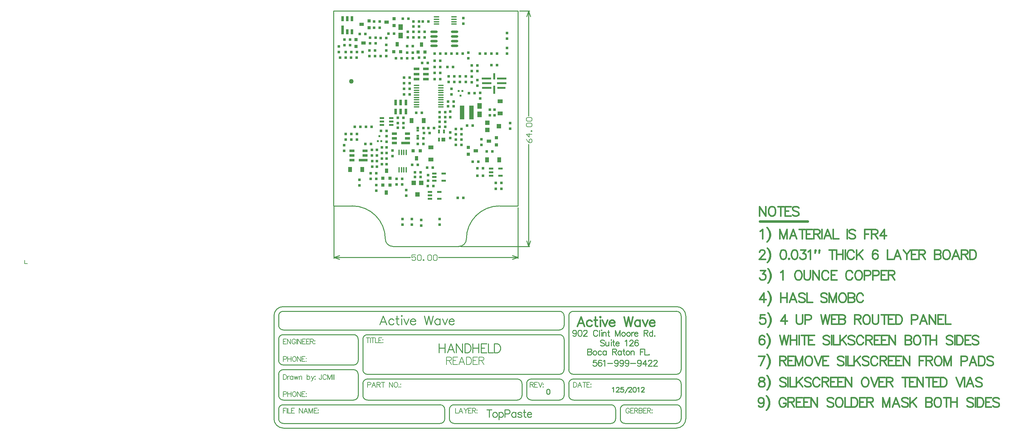
<source format=gtp>
%FSLAX23Y23*%
%MOIN*%
G70*
G01*
G75*
G04 Layer_Color=8421504*
%ADD10R,0.050X0.020*%
%ADD11R,0.030X0.030*%
%ADD12R,0.030X0.030*%
%ADD13R,0.059X0.031*%
%ADD14R,0.040X0.055*%
%ADD15R,0.050X0.036*%
%ADD16R,0.036X0.036*%
%ADD17R,0.050X0.150*%
%ADD18R,0.030X0.020*%
%ADD19R,0.024X0.024*%
%ADD20O,0.080X0.024*%
%ADD21O,0.060X0.016*%
%ADD22R,0.024X0.090*%
%ADD23R,0.100X0.024*%
%ADD24R,0.024X0.070*%
%ADD25R,0.090X0.024*%
%ADD26R,0.025X0.055*%
%ADD27R,0.025X0.095*%
%ADD28O,0.060X0.016*%
%ADD29R,0.020X0.039*%
%ADD30R,0.039X0.039*%
%ADD31R,0.047X0.047*%
%ADD32C,0.050*%
%ADD33R,0.031X0.059*%
%ADD34R,0.055X0.040*%
%ADD35R,0.036X0.036*%
%ADD36R,0.036X0.050*%
%ADD37R,0.095X0.025*%
%ADD38R,0.055X0.025*%
%ADD39R,0.047X0.047*%
%ADD40O,0.016X0.060*%
%ADD41R,0.050X0.060*%
%ADD42C,0.008*%
%ADD43C,0.014*%
%ADD44C,0.012*%
%ADD45C,0.030*%
%ADD46C,0.010*%
%ADD47C,0.020*%
%ADD48C,0.006*%
%ADD49C,0.009*%
%ADD50C,0.005*%
%ADD51C,0.015*%
%ADD52C,0.025*%
%ADD53R,0.062X0.062*%
%ADD54C,0.062*%
%ADD55C,0.110*%
%ADD56C,0.045*%
%ADD57C,0.022*%
%ADD58C,0.060*%
%ADD59R,0.014X0.035*%
%ADD60R,0.014X0.035*%
%ADD61R,0.059X0.075*%
%ADD62R,0.250X0.150*%
%ADD63R,0.250X0.140*%
%ADD64R,0.080X0.060*%
%ADD65R,0.063X0.051*%
%ADD66O,0.060X0.014*%
%ADD67R,0.060X0.060*%
%ADD68C,0.010*%
D10*
X-469Y1335D02*
D03*
Y1298D02*
D03*
X-369D02*
D03*
X-469Y1373D02*
D03*
X-369Y1335D02*
D03*
Y1373D02*
D03*
X44Y509D02*
D03*
Y547D02*
D03*
X144Y509D02*
D03*
X44Y584D02*
D03*
X144D02*
D03*
X190Y779D02*
D03*
X90D02*
D03*
X190Y704D02*
D03*
X90Y742D02*
D03*
Y704D02*
D03*
X798Y831D02*
D03*
X698D02*
D03*
X798Y756D02*
D03*
X698Y794D02*
D03*
Y756D02*
D03*
D11*
X748Y679D02*
D03*
X808D02*
D03*
X-483Y2229D02*
D03*
X-423D02*
D03*
X-647Y1097D02*
D03*
X-587D02*
D03*
X273Y2061D02*
D03*
X213D02*
D03*
X333D02*
D03*
X393D02*
D03*
X290Y1920D02*
D03*
X230D02*
D03*
X702Y2061D02*
D03*
X762D02*
D03*
X-856Y1143D02*
D03*
X-796D02*
D03*
X147Y1435D02*
D03*
X207D02*
D03*
X-102Y1430D02*
D03*
X-42D02*
D03*
X-117Y793D02*
D03*
X-57D02*
D03*
X-26Y1267D02*
D03*
X-86D02*
D03*
X701Y1938D02*
D03*
X761D02*
D03*
X-247Y2437D02*
D03*
X-187D02*
D03*
X-146Y872D02*
D03*
X-86D02*
D03*
X-18Y1211D02*
D03*
X42D02*
D03*
X321Y1143D02*
D03*
X381D02*
D03*
X321Y1255D02*
D03*
X381D02*
D03*
X442Y1293D02*
D03*
X502D02*
D03*
X560Y905D02*
D03*
X500D02*
D03*
X-857Y2079D02*
D03*
X-797D02*
D03*
X-543Y2097D02*
D03*
X-603D02*
D03*
X-857Y2018D02*
D03*
X-917D02*
D03*
X-25Y1157D02*
D03*
X-85D02*
D03*
X-299Y1376D02*
D03*
X-239D02*
D03*
X-580Y1278D02*
D03*
X-640D02*
D03*
X79Y645D02*
D03*
X19D02*
D03*
X550Y755D02*
D03*
X610D02*
D03*
X321Y1087D02*
D03*
X381D02*
D03*
X14Y843D02*
D03*
X74D02*
D03*
X-318Y2014D02*
D03*
X-258D02*
D03*
X610Y835D02*
D03*
X550D02*
D03*
X-72Y2020D02*
D03*
X-12D02*
D03*
X-677Y2079D02*
D03*
X-737D02*
D03*
X-492Y2338D02*
D03*
X-552D02*
D03*
X-85Y1097D02*
D03*
X-25D02*
D03*
X-57Y743D02*
D03*
X-117D02*
D03*
X-796Y1203D02*
D03*
X-856D02*
D03*
X-133Y2407D02*
D03*
X-73D02*
D03*
X207Y1331D02*
D03*
X147D02*
D03*
X93Y2061D02*
D03*
X153D02*
D03*
X-32Y2407D02*
D03*
X28D02*
D03*
X-700Y1279D02*
D03*
X-760D02*
D03*
X-492Y2407D02*
D03*
X-552D02*
D03*
X-338Y2275D02*
D03*
X-398D02*
D03*
X-253Y723D02*
D03*
X-313D02*
D03*
X207Y1382D02*
D03*
X147D02*
D03*
X-299Y1269D02*
D03*
X-239D02*
D03*
X-483Y2037D02*
D03*
X-423D02*
D03*
X-603D02*
D03*
X-543D02*
D03*
X-418Y1235D02*
D03*
X-478D02*
D03*
X381Y1199D02*
D03*
X321D02*
D03*
X147Y1280D02*
D03*
X207D02*
D03*
X87Y1267D02*
D03*
X27D02*
D03*
X-239Y1320D02*
D03*
X-299D02*
D03*
X-73Y2351D02*
D03*
X-133D02*
D03*
X-707Y2274D02*
D03*
X-647D02*
D03*
X-199Y2144D02*
D03*
X-139D02*
D03*
X-800Y2018D02*
D03*
X-740D02*
D03*
X341Y520D02*
D03*
X401D02*
D03*
X746Y617D02*
D03*
X806D02*
D03*
X155Y1790D02*
D03*
X95D02*
D03*
Y1985D02*
D03*
X155D02*
D03*
X21Y1963D02*
D03*
X-39D02*
D03*
X95Y1855D02*
D03*
X155D02*
D03*
X95Y1920D02*
D03*
X155D02*
D03*
X578Y2062D02*
D03*
X638D02*
D03*
X-313Y663D02*
D03*
X-253D02*
D03*
X710Y1015D02*
D03*
X650D02*
D03*
X238Y1499D02*
D03*
X298D02*
D03*
Y1550D02*
D03*
X238D02*
D03*
X522Y1639D02*
D03*
X462D02*
D03*
X-233Y1807D02*
D03*
X-173D02*
D03*
X-233Y1747D02*
D03*
X-173D02*
D03*
Y1687D02*
D03*
X-233D02*
D03*
Y1627D02*
D03*
X-173D02*
D03*
D12*
X148Y293D02*
D03*
Y233D02*
D03*
X-151Y293D02*
D03*
Y233D02*
D03*
X-251D02*
D03*
Y293D02*
D03*
X454Y2074D02*
D03*
Y2014D02*
D03*
X866Y2283D02*
D03*
Y2223D02*
D03*
X401Y2441D02*
D03*
Y2381D02*
D03*
X274Y1687D02*
D03*
Y1627D02*
D03*
X-419Y1058D02*
D03*
Y998D02*
D03*
X866Y2121D02*
D03*
Y2061D02*
D03*
X-193Y2297D02*
D03*
Y2237D02*
D03*
X-595Y2174D02*
D03*
Y2234D02*
D03*
X550Y1718D02*
D03*
Y1778D02*
D03*
X-809Y2213D02*
D03*
Y2153D02*
D03*
X-198Y2014D02*
D03*
Y2074D02*
D03*
X-575Y974D02*
D03*
Y1034D02*
D03*
X-419Y878D02*
D03*
Y938D02*
D03*
X245Y1820D02*
D03*
Y1760D02*
D03*
X902Y1319D02*
D03*
Y1259D02*
D03*
X260Y1443D02*
D03*
Y1383D02*
D03*
X24Y704D02*
D03*
Y764D02*
D03*
X-357Y966D02*
D03*
Y1026D02*
D03*
X-529Y597D02*
D03*
Y657D02*
D03*
X-211Y543D02*
D03*
Y603D02*
D03*
X261Y1220D02*
D03*
Y1160D02*
D03*
X-929Y2138D02*
D03*
Y2078D02*
D03*
X305Y1760D02*
D03*
Y1820D02*
D03*
X-535Y2174D02*
D03*
Y2234D02*
D03*
X-873Y1083D02*
D03*
Y1023D02*
D03*
X-419Y1118D02*
D03*
Y1178D02*
D03*
X-869Y2213D02*
D03*
Y2153D02*
D03*
X-529Y783D02*
D03*
Y723D02*
D03*
X579Y1641D02*
D03*
Y1581D02*
D03*
X-737Y1202D02*
D03*
Y1142D02*
D03*
X489Y1936D02*
D03*
Y1876D02*
D03*
X-522Y913D02*
D03*
Y853D02*
D03*
X-13Y2297D02*
D03*
Y2237D02*
D03*
X428Y1758D02*
D03*
Y1818D02*
D03*
X-522Y973D02*
D03*
Y1033D02*
D03*
X-589Y783D02*
D03*
Y723D02*
D03*
X-423Y2157D02*
D03*
Y2097D02*
D03*
X365Y1820D02*
D03*
Y1760D02*
D03*
X-73Y2297D02*
D03*
Y2237D02*
D03*
X-138Y2074D02*
D03*
Y2014D02*
D03*
X-471Y1058D02*
D03*
Y998D02*
D03*
X-133Y2237D02*
D03*
Y2297D02*
D03*
X549Y1936D02*
D03*
Y1876D02*
D03*
X-573Y913D02*
D03*
Y853D02*
D03*
X-470Y878D02*
D03*
Y938D02*
D03*
X489Y1757D02*
D03*
Y1817D02*
D03*
X595Y1085D02*
D03*
Y1145D02*
D03*
X-709Y712D02*
D03*
Y652D02*
D03*
X-51Y223D02*
D03*
Y283D02*
D03*
X683Y1404D02*
D03*
Y1464D02*
D03*
X734D02*
D03*
Y1404D02*
D03*
D13*
X-98Y1844D02*
D03*
Y1899D02*
D03*
Y1789D02*
D03*
X0Y1844D02*
D03*
Y1899D02*
D03*
Y1789D02*
D03*
D14*
X-811Y824D02*
D03*
X-681D02*
D03*
X655Y925D02*
D03*
X785D02*
D03*
X-23Y1347D02*
D03*
X-153D02*
D03*
D15*
X675Y1125D02*
D03*
X-665Y2176D02*
D03*
X535Y1022D02*
D03*
X-418Y2399D02*
D03*
X-686Y2376D02*
D03*
D16*
X755Y1162D02*
D03*
Y1087D02*
D03*
X-745Y2139D02*
D03*
Y2214D02*
D03*
X455Y1060D02*
D03*
Y985D02*
D03*
X-338Y2361D02*
D03*
Y2436D02*
D03*
X-606Y2338D02*
D03*
Y2413D02*
D03*
D17*
X388Y1434D02*
D03*
X488D02*
D03*
D18*
X-86Y1182D02*
D03*
Y1240D02*
D03*
D19*
X-475Y1127D02*
D03*
X-514D02*
D03*
X-495Y1178D02*
D03*
X369Y1613D02*
D03*
X389Y1664D02*
D03*
X350D02*
D03*
D20*
X88Y2145D02*
D03*
X308Y2245D02*
D03*
Y2145D02*
D03*
Y2195D02*
D03*
Y2295D02*
D03*
X88Y2195D02*
D03*
Y2245D02*
D03*
Y2295D02*
D03*
D21*
X115Y2379D02*
D03*
X302Y2404D02*
D03*
Y2430D02*
D03*
Y2379D02*
D03*
X115Y2456D02*
D03*
Y2430D02*
D03*
X302Y2456D02*
D03*
X115Y2404D02*
D03*
D22*
X732Y1677D02*
D03*
D23*
X649Y1696D02*
D03*
Y1746D02*
D03*
X648Y1795D02*
D03*
X811Y1796D02*
D03*
Y1746D02*
D03*
D24*
X732Y1819D02*
D03*
D25*
X806Y1696D02*
D03*
D26*
X-888Y2437D02*
D03*
X-788D02*
D03*
X-838D02*
D03*
X-788Y2297D02*
D03*
X-838D02*
D03*
D27*
X-888Y2317D02*
D03*
D28*
X-98Y1491D02*
D03*
X-98Y1645D02*
D03*
Y1670D02*
D03*
Y1696D02*
D03*
Y1721D02*
D03*
X162D02*
D03*
Y1670D02*
D03*
Y1645D02*
D03*
Y1619D02*
D03*
Y1593D02*
D03*
Y1568D02*
D03*
Y1542D02*
D03*
Y1517D02*
D03*
Y1491D02*
D03*
X-98Y1619D02*
D03*
Y1542D02*
D03*
Y1568D02*
D03*
Y1593D02*
D03*
Y1517D02*
D03*
X162Y1696D02*
D03*
D29*
X193Y1230D02*
D03*
X142D02*
D03*
Y1144D02*
D03*
D30*
X187D02*
D03*
D31*
X657Y1324D02*
D03*
Y1246D02*
D03*
X779Y1285D02*
D03*
D32*
X-797Y1767D02*
D03*
D33*
X-214Y1539D02*
D03*
X-324D02*
D03*
X-269D02*
D03*
X-214Y1441D02*
D03*
X-324D02*
D03*
X-269D02*
D03*
D34*
X54Y1059D02*
D03*
Y929D02*
D03*
X793Y1423D02*
D03*
Y1553D02*
D03*
D35*
X-136Y1022D02*
D03*
X-61D02*
D03*
X-384Y657D02*
D03*
X-459D02*
D03*
X-459Y728D02*
D03*
X-384D02*
D03*
X-344Y2084D02*
D03*
X-269D02*
D03*
X-83Y2079D02*
D03*
X-8D02*
D03*
D36*
X-99Y942D02*
D03*
X-422Y577D02*
D03*
X-421Y808D02*
D03*
X-306Y2164D02*
D03*
X-45Y2159D02*
D03*
D37*
X-216Y1105D02*
D03*
X-670Y923D02*
D03*
D38*
X-196Y1155D02*
D03*
Y1205D02*
D03*
X-336Y1155D02*
D03*
Y1205D02*
D03*
Y1105D02*
D03*
X-650Y973D02*
D03*
Y1023D02*
D03*
X-790Y973D02*
D03*
Y1023D02*
D03*
Y923D02*
D03*
D39*
X-90Y556D02*
D03*
X-130Y678D02*
D03*
X-51D02*
D03*
D40*
X-235Y820D02*
D03*
X-286Y1007D02*
D03*
X-261Y820D02*
D03*
X-286D02*
D03*
X-210Y1007D02*
D03*
X-261D02*
D03*
X-235D02*
D03*
X-210Y820D02*
D03*
D41*
X-268Y2257D02*
D03*
Y2347D02*
D03*
X575Y1502D02*
D03*
Y1412D02*
D03*
D42*
X-4285Y-184D02*
X-4255D01*
X-4285D02*
Y-146D01*
Y-184D02*
Y-146D01*
X-1115Y-1372D02*
Y-1412D01*
X-1117Y-1420D01*
X-1120Y-1422D01*
X-1125Y-1425D01*
X-1130D01*
X-1135Y-1422D01*
X-1137Y-1420D01*
X-1140Y-1412D01*
Y-1407D01*
X-1063Y-1384D02*
X-1065Y-1379D01*
X-1070Y-1374D01*
X-1076Y-1372D01*
X-1086D01*
X-1091Y-1374D01*
X-1096Y-1379D01*
X-1098Y-1384D01*
X-1101Y-1392D01*
Y-1405D01*
X-1098Y-1412D01*
X-1096Y-1417D01*
X-1091Y-1422D01*
X-1086Y-1425D01*
X-1076D01*
X-1070Y-1422D01*
X-1065Y-1417D01*
X-1063Y-1412D01*
X-1048Y-1372D02*
Y-1425D01*
Y-1372D02*
X-1028Y-1425D01*
X-1007Y-1372D02*
X-1028Y-1425D01*
X-1007Y-1372D02*
Y-1425D01*
X-992Y-1372D02*
Y-1425D01*
X-981Y-1372D02*
Y-1425D01*
X220Y-1184D02*
Y-1264D01*
Y-1184D02*
X254D01*
X266Y-1188D01*
X270Y-1192D01*
X273Y-1200D01*
Y-1207D01*
X270Y-1215D01*
X266Y-1219D01*
X254Y-1222D01*
X220D01*
X247D02*
X273Y-1264D01*
X341Y-1184D02*
X291D01*
Y-1264D01*
X341D01*
X291Y-1222D02*
X322D01*
X415Y-1264D02*
X385Y-1184D01*
X354Y-1264D01*
X365Y-1238D02*
X404D01*
X434Y-1184D02*
Y-1264D01*
Y-1184D02*
X460D01*
X472Y-1188D01*
X479Y-1196D01*
X483Y-1203D01*
X487Y-1215D01*
Y-1234D01*
X483Y-1245D01*
X479Y-1253D01*
X472Y-1261D01*
X460Y-1264D01*
X434D01*
X554Y-1184D02*
X505D01*
Y-1264D01*
X554D01*
X505Y-1222D02*
X535D01*
X568Y-1184D02*
Y-1264D01*
Y-1184D02*
X602D01*
X613Y-1188D01*
X617Y-1192D01*
X621Y-1200D01*
Y-1207D01*
X617Y-1215D01*
X613Y-1219D01*
X602Y-1222D01*
X568D01*
X594D02*
X621Y-1264D01*
D46*
X678Y-1748D02*
Y-1828D01*
X651Y-1748D02*
X704D01*
X733Y-1775D02*
X725Y-1778D01*
X718Y-1786D01*
X714Y-1798D01*
Y-1805D01*
X718Y-1817D01*
X725Y-1824D01*
X733Y-1828D01*
X744D01*
X752Y-1824D01*
X760Y-1817D01*
X763Y-1805D01*
Y-1798D01*
X760Y-1786D01*
X752Y-1778D01*
X744Y-1775D01*
X733D01*
X781D02*
Y-1855D01*
Y-1786D02*
X788Y-1778D01*
X796Y-1775D01*
X808D01*
X815Y-1778D01*
X823Y-1786D01*
X827Y-1798D01*
Y-1805D01*
X823Y-1817D01*
X815Y-1824D01*
X808Y-1828D01*
X796D01*
X788Y-1824D01*
X781Y-1817D01*
X844Y-1790D02*
X878D01*
X889Y-1786D01*
X893Y-1782D01*
X897Y-1775D01*
Y-1763D01*
X893Y-1756D01*
X889Y-1752D01*
X878Y-1748D01*
X844D01*
Y-1828D01*
X961Y-1775D02*
Y-1828D01*
Y-1786D02*
X953Y-1778D01*
X945Y-1775D01*
X934D01*
X926Y-1778D01*
X919Y-1786D01*
X915Y-1798D01*
Y-1805D01*
X919Y-1817D01*
X926Y-1824D01*
X934Y-1828D01*
X945D01*
X953Y-1824D01*
X961Y-1817D01*
X1024Y-1786D02*
X1020Y-1778D01*
X1009Y-1775D01*
X997D01*
X986Y-1778D01*
X982Y-1786D01*
X986Y-1794D01*
X993Y-1798D01*
X1012Y-1801D01*
X1020Y-1805D01*
X1024Y-1813D01*
Y-1817D01*
X1020Y-1824D01*
X1009Y-1828D01*
X997D01*
X986Y-1824D01*
X982Y-1817D01*
X1052Y-1748D02*
Y-1813D01*
X1056Y-1824D01*
X1063Y-1828D01*
X1071D01*
X1041Y-1775D02*
X1067D01*
X1083Y-1798D02*
X1128D01*
Y-1790D01*
X1124Y-1782D01*
X1121Y-1778D01*
X1113Y-1775D01*
X1102D01*
X1094Y-1778D01*
X1086Y-1786D01*
X1083Y-1798D01*
Y-1805D01*
X1086Y-1817D01*
X1094Y-1824D01*
X1102Y-1828D01*
X1113D01*
X1121Y-1824D01*
X1128Y-1817D01*
X984Y-126D02*
Y417D01*
X-984Y-126D02*
Y435D01*
X135Y-116D02*
X984D01*
X-984D02*
X-167D01*
X924Y-96D02*
X984Y-116D01*
X924Y-136D02*
X984Y-116D01*
X-984D02*
X-924Y-136D01*
X-984Y-116D02*
X-924Y-96D01*
X1000Y2520D02*
X1108D01*
X369Y-0D02*
X1108D01*
X1098Y1395D02*
Y2520D01*
Y-0D02*
Y1093D01*
X1078Y2460D02*
X1098Y2520D01*
X1118Y2460D01*
X1098Y-0D02*
X1118Y60D01*
X1078D02*
X1098Y-0D01*
X354D02*
G03*
X433Y79I0J79D01*
G01*
X-433D02*
G03*
X-354Y-0I79J0D01*
G01*
X787Y433D02*
G03*
X433Y79I0J-354D01*
G01*
X-433D02*
G03*
X-787Y433I-354J0D01*
G01*
X-985Y2520D02*
X985D01*
X984Y432D02*
Y2520D01*
X787Y433D02*
X985Y433D01*
X-354Y0D02*
X354D01*
X-985Y433D02*
Y2520D01*
Y433D02*
X-787D01*
X2727Y-1468D02*
G03*
X2678Y-1419I-49J0D01*
G01*
X1577D02*
G03*
X1527Y-1469I0J-50D01*
G01*
X2677Y-1369D02*
G03*
X2727Y-1319I0J50D01*
G01*
X1527D02*
G03*
X1577Y-1369I50J0D01*
G01*
X-1523Y-644D02*
G03*
X-1623Y-744I0J-100D01*
G01*
Y-1843D02*
G03*
X-1524Y-1944I101J0D01*
G01*
X2677Y-1944D02*
G03*
X2777Y-1844I0J100D01*
G01*
Y-744D02*
G03*
X2677Y-644I-100J0D01*
G01*
X2727Y-743D02*
G03*
X2676Y-694I-49J0D01*
G01*
X2677Y-1644D02*
G03*
X2727Y-1594I0J50D01*
G01*
X2727Y-1743D02*
G03*
X2677Y-1694I-50J-1D01*
G01*
Y-1894D02*
G03*
X2727Y-1844I0J50D01*
G01*
X1427Y-1644D02*
G03*
X1477Y-1594I0J50D01*
G01*
X1527Y-1595D02*
G03*
X1577Y-1644I49J0D01*
G01*
X1477Y-1468D02*
G03*
X1428Y-1419I-49J0D01*
G01*
X-1573Y-1844D02*
G03*
X-1524Y-1894I50J0D01*
G01*
X1428Y-1369D02*
G03*
X1477Y-1319I-1J50D01*
G01*
X-1523Y-1694D02*
G03*
X-1573Y-1744I0J-50D01*
G01*
X1477Y-994D02*
G03*
X1427Y-944I-50J0D01*
G01*
Y-894D02*
G03*
X1477Y-844I0J50D01*
G01*
X1577Y-694D02*
G03*
X1527Y-744I0J-50D01*
G01*
X1477D02*
G03*
X1427Y-694I-50J0D01*
G01*
X-1523D02*
G03*
X-1573Y-744I0J-50D01*
G01*
Y-844D02*
G03*
X-1523Y-894I50J0D01*
G01*
Y-944D02*
G03*
X-1573Y-994I0J-50D01*
G01*
Y-1219D02*
G03*
X-1523Y-1269I50J0D01*
G01*
Y-1319D02*
G03*
X-1573Y-1369I0J-50D01*
G01*
Y-1594D02*
G03*
X-1524Y-1644I50J0D01*
G01*
X-623Y-944D02*
G03*
X-673Y-994I0J-50D01*
G01*
X-623Y-1419D02*
G03*
X-673Y-1469I0J-50D01*
G01*
X1125Y-1419D02*
G03*
X1077Y-1469I0J-48D01*
G01*
X1077Y-1593D02*
G03*
X1127Y-1644I51J0D01*
G01*
X978Y-1644D02*
G03*
X1027Y-1594I0J49D01*
G01*
X1027Y-1468D02*
G03*
X978Y-1419I-49J0D01*
G01*
X-772Y-1644D02*
G03*
X-723Y-1595I0J49D01*
G01*
X-673D02*
G03*
X-624Y-1644I49J0D01*
G01*
X-673Y-1320D02*
G03*
X-624Y-1369I49J0D01*
G01*
X-723Y-1368D02*
G03*
X-774Y-1319I-49J0D01*
G01*
X-771Y-1269D02*
G03*
X-723Y-1221I0J48D01*
G01*
Y-993D02*
G03*
X-772Y-944I-49J0D01*
G01*
X2127Y-1694D02*
G03*
X2077Y-1744I0J-50D01*
G01*
Y-1845D02*
G03*
X2127Y-1894I49J0D01*
G01*
X1978Y-1894D02*
G03*
X2027Y-1844I1J48D01*
G01*
X2027Y-1744D02*
G03*
X1977Y-1694I-50J0D01*
G01*
X252Y-1844D02*
G03*
X301Y-1894I50J0D01*
G01*
X302Y-1694D02*
G03*
X252Y-1744I0J-50D01*
G01*
X153Y-1894D02*
G03*
X202Y-1844I1J48D01*
G01*
X202Y-1744D02*
G03*
X152Y-1694I-50J0D01*
G01*
X2727Y-1594D02*
Y-1468D01*
X1527Y-1594D02*
Y-1469D01*
X2727Y-1319D02*
Y-744D01*
X1527Y-1319D02*
Y-744D01*
X-1623Y-1844D02*
Y-744D01*
X-1573Y-1844D02*
Y-1744D01*
X2727Y-1844D02*
Y-1744D01*
X1477Y-1594D02*
Y-1469D01*
X1077Y-1594D02*
Y-1469D01*
X-673Y-1594D02*
Y-1469D01*
X1027Y-1594D02*
Y-1469D01*
X-673Y-1319D02*
Y-994D01*
X1477Y-1319D02*
Y-994D01*
Y-844D02*
Y-744D01*
X-1573Y-844D02*
Y-744D01*
X-723Y-1219D02*
Y-994D01*
X-1573Y-1219D02*
Y-994D01*
X-723Y-1594D02*
Y-1369D01*
X-1573Y-1594D02*
Y-1369D01*
X2777Y-1844D02*
Y-744D01*
X2077Y-1844D02*
Y-1744D01*
X2027Y-1844D02*
Y-1744D01*
X252Y-1844D02*
Y-1744D01*
X202Y-1844D02*
Y-1744D01*
X1577Y-1419D02*
X2677D01*
X1577Y-1369D02*
X2677D01*
X-623D02*
X1427D01*
X1577Y-694D02*
X2677D01*
X1577Y-1644D02*
X2677D01*
X1127Y-1419D02*
X1427D01*
X1127Y-1644D02*
X1427D01*
X-623D02*
X977D01*
X-623Y-1419D02*
X977D01*
X-623Y-944D02*
X1427D01*
X-1523Y-894D02*
X1427D01*
X-1523Y-944D02*
X-773D01*
X-1523Y-1269D02*
X-773D01*
X-1523Y-1319D02*
X-773D01*
X-1523Y-1644D02*
X-773D01*
X-1523Y-644D02*
X2677D01*
X-1523Y-1944D02*
X2677D01*
X-1523Y-694D02*
X1427D01*
X2127Y-1694D02*
X2677D01*
X2127Y-1894D02*
X2677D01*
X302Y-1694D02*
X1977D01*
X-1523D02*
X152D01*
X-1523Y-1894D02*
X152D01*
X302D02*
X1977D01*
X1728Y-1096D02*
Y-1160D01*
Y-1096D02*
X1756D01*
X1765Y-1099D01*
X1768Y-1102D01*
X1771Y-1108D01*
Y-1114D01*
X1768Y-1120D01*
X1765Y-1123D01*
X1756Y-1126D01*
X1728D02*
X1756D01*
X1765Y-1129D01*
X1768Y-1132D01*
X1771Y-1138D01*
Y-1148D01*
X1768Y-1154D01*
X1765Y-1157D01*
X1756Y-1160D01*
X1728D01*
X1800Y-1117D02*
X1794Y-1120D01*
X1788Y-1126D01*
X1785Y-1135D01*
Y-1141D01*
X1788Y-1151D01*
X1794Y-1157D01*
X1800Y-1160D01*
X1809D01*
X1816Y-1157D01*
X1822Y-1151D01*
X1825Y-1141D01*
Y-1135D01*
X1822Y-1126D01*
X1816Y-1120D01*
X1809Y-1117D01*
X1800D01*
X1875Y-1126D02*
X1869Y-1120D01*
X1863Y-1117D01*
X1854D01*
X1848Y-1120D01*
X1842Y-1126D01*
X1839Y-1135D01*
Y-1141D01*
X1842Y-1151D01*
X1848Y-1157D01*
X1854Y-1160D01*
X1863D01*
X1869Y-1157D01*
X1875Y-1151D01*
X1926Y-1117D02*
Y-1160D01*
Y-1126D02*
X1919Y-1120D01*
X1913Y-1117D01*
X1904D01*
X1898Y-1120D01*
X1892Y-1126D01*
X1889Y-1135D01*
Y-1141D01*
X1892Y-1151D01*
X1898Y-1157D01*
X1904Y-1160D01*
X1913D01*
X1919Y-1157D01*
X1926Y-1151D01*
X1993Y-1096D02*
Y-1160D01*
Y-1096D02*
X2020D01*
X2029Y-1099D01*
X2032Y-1102D01*
X2036Y-1108D01*
Y-1114D01*
X2032Y-1120D01*
X2029Y-1123D01*
X2020Y-1126D01*
X1993D01*
X2014D02*
X2036Y-1160D01*
X2086Y-1117D02*
Y-1160D01*
Y-1126D02*
X2080Y-1120D01*
X2074Y-1117D01*
X2065D01*
X2059Y-1120D01*
X2053Y-1126D01*
X2050Y-1135D01*
Y-1141D01*
X2053Y-1151D01*
X2059Y-1157D01*
X2065Y-1160D01*
X2074D01*
X2080Y-1157D01*
X2086Y-1151D01*
X2113Y-1096D02*
Y-1148D01*
X2116Y-1157D01*
X2122Y-1160D01*
X2128D01*
X2103Y-1117D02*
X2125D01*
X2152D02*
X2146Y-1120D01*
X2140Y-1126D01*
X2137Y-1135D01*
Y-1141D01*
X2140Y-1151D01*
X2146Y-1157D01*
X2152Y-1160D01*
X2161D01*
X2167Y-1157D01*
X2174Y-1151D01*
X2177Y-1141D01*
Y-1135D01*
X2174Y-1126D01*
X2167Y-1120D01*
X2161Y-1117D01*
X2152D01*
X2191D02*
Y-1160D01*
Y-1129D02*
X2200Y-1120D01*
X2206Y-1117D01*
X2215D01*
X2221Y-1120D01*
X2224Y-1129D01*
Y-1160D01*
X2291Y-1096D02*
Y-1160D01*
Y-1096D02*
X2331D01*
X2291Y-1126D02*
X2316D01*
X2338Y-1096D02*
Y-1160D01*
X2375D01*
X2385Y-1154D02*
X2382Y-1157D01*
X2385Y-1160D01*
X2388Y-1157D01*
X2385Y-1154D01*
X1608Y-917D02*
X1605Y-926D01*
X1599Y-932D01*
X1589Y-935D01*
X1586D01*
X1577Y-932D01*
X1571Y-926D01*
X1568Y-917D01*
Y-914D01*
X1571Y-905D01*
X1577Y-899D01*
X1586Y-896D01*
X1589D01*
X1599Y-899D01*
X1605Y-905D01*
X1608Y-917D01*
Y-932D01*
X1605Y-948D01*
X1599Y-957D01*
X1589Y-960D01*
X1583D01*
X1574Y-957D01*
X1571Y-951D01*
X1643Y-896D02*
X1634Y-899D01*
X1628Y-908D01*
X1625Y-923D01*
Y-932D01*
X1628Y-948D01*
X1634Y-957D01*
X1643Y-960D01*
X1649D01*
X1659Y-957D01*
X1665Y-948D01*
X1668Y-932D01*
Y-923D01*
X1665Y-908D01*
X1659Y-899D01*
X1649Y-896D01*
X1643D01*
X1685Y-911D02*
Y-908D01*
X1688Y-902D01*
X1691Y-899D01*
X1697Y-896D01*
X1709D01*
X1716Y-899D01*
X1719Y-902D01*
X1722Y-908D01*
Y-914D01*
X1719Y-920D01*
X1713Y-929D01*
X1682Y-960D01*
X1725D01*
X1835Y-911D02*
X1832Y-905D01*
X1826Y-899D01*
X1820Y-896D01*
X1808D01*
X1801Y-899D01*
X1795Y-905D01*
X1792Y-911D01*
X1789Y-920D01*
Y-935D01*
X1792Y-945D01*
X1795Y-951D01*
X1801Y-957D01*
X1808Y-960D01*
X1820D01*
X1826Y-957D01*
X1832Y-951D01*
X1835Y-945D01*
X1853Y-896D02*
Y-960D01*
X1872Y-896D02*
X1876Y-899D01*
X1879Y-896D01*
X1876Y-893D01*
X1872Y-896D01*
X1876Y-917D02*
Y-960D01*
X1890Y-917D02*
Y-960D01*
Y-929D02*
X1899Y-920D01*
X1905Y-917D01*
X1914D01*
X1920Y-920D01*
X1923Y-929D01*
Y-960D01*
X1949Y-896D02*
Y-948D01*
X1952Y-957D01*
X1958Y-960D01*
X1965D01*
X1940Y-917D02*
X1961D01*
X2024Y-896D02*
Y-960D01*
Y-896D02*
X2048Y-960D01*
X2073Y-896D02*
X2048Y-960D01*
X2073Y-896D02*
Y-960D01*
X2106Y-917D02*
X2100Y-920D01*
X2094Y-926D01*
X2091Y-935D01*
Y-941D01*
X2094Y-951D01*
X2100Y-957D01*
X2106Y-960D01*
X2115D01*
X2121Y-957D01*
X2128Y-951D01*
X2131Y-941D01*
Y-935D01*
X2128Y-926D01*
X2121Y-920D01*
X2115Y-917D01*
X2106D01*
X2160D02*
X2154Y-920D01*
X2148Y-926D01*
X2145Y-935D01*
Y-941D01*
X2148Y-951D01*
X2154Y-957D01*
X2160Y-960D01*
X2169D01*
X2175Y-957D01*
X2181Y-951D01*
X2184Y-941D01*
Y-935D01*
X2181Y-926D01*
X2175Y-920D01*
X2169Y-917D01*
X2160D01*
X2198D02*
Y-960D01*
Y-935D02*
X2201Y-926D01*
X2207Y-920D01*
X2213Y-917D01*
X2223D01*
X2228Y-935D02*
X2265D01*
Y-929D01*
X2262Y-923D01*
X2259Y-920D01*
X2253Y-917D01*
X2244D01*
X2238Y-920D01*
X2231Y-926D01*
X2228Y-935D01*
Y-941D01*
X2231Y-951D01*
X2238Y-957D01*
X2244Y-960D01*
X2253D01*
X2259Y-957D01*
X2265Y-951D01*
X2329Y-896D02*
Y-960D01*
Y-896D02*
X2356D01*
X2365Y-899D01*
X2369Y-902D01*
X2372Y-908D01*
Y-914D01*
X2369Y-920D01*
X2365Y-923D01*
X2356Y-926D01*
X2329D01*
X2350D02*
X2372Y-960D01*
X2422Y-896D02*
Y-960D01*
Y-926D02*
X2416Y-920D01*
X2410Y-917D01*
X2401D01*
X2395Y-920D01*
X2389Y-926D01*
X2386Y-935D01*
Y-941D01*
X2389Y-951D01*
X2395Y-957D01*
X2401Y-960D01*
X2410D01*
X2416Y-957D01*
X2422Y-951D01*
X2443Y-954D02*
X2440Y-957D01*
X2443Y-960D01*
X2446Y-957D01*
X2443Y-954D01*
X1820Y-1216D02*
X1789D01*
X1786Y-1243D01*
X1789Y-1240D01*
X1798Y-1237D01*
X1807D01*
X1817Y-1240D01*
X1823Y-1246D01*
X1826Y-1255D01*
Y-1261D01*
X1823Y-1271D01*
X1817Y-1277D01*
X1807Y-1280D01*
X1798D01*
X1789Y-1277D01*
X1786Y-1274D01*
X1783Y-1268D01*
X1877Y-1225D02*
X1874Y-1219D01*
X1864Y-1216D01*
X1858D01*
X1849Y-1219D01*
X1843Y-1228D01*
X1840Y-1243D01*
Y-1258D01*
X1843Y-1271D01*
X1849Y-1277D01*
X1858Y-1280D01*
X1861D01*
X1871Y-1277D01*
X1877Y-1271D01*
X1880Y-1261D01*
Y-1258D01*
X1877Y-1249D01*
X1871Y-1243D01*
X1861Y-1240D01*
X1858D01*
X1849Y-1243D01*
X1843Y-1249D01*
X1840Y-1258D01*
X1894Y-1228D02*
X1900Y-1225D01*
X1909Y-1216D01*
Y-1280D01*
X1941Y-1252D02*
X1995D01*
X2054Y-1237D02*
X2051Y-1246D01*
X2045Y-1252D01*
X2036Y-1255D01*
X2033D01*
X2023Y-1252D01*
X2017Y-1246D01*
X2014Y-1237D01*
Y-1234D01*
X2017Y-1225D01*
X2023Y-1219D01*
X2033Y-1216D01*
X2036D01*
X2045Y-1219D01*
X2051Y-1225D01*
X2054Y-1237D01*
Y-1252D01*
X2051Y-1268D01*
X2045Y-1277D01*
X2036Y-1280D01*
X2030D01*
X2020Y-1277D01*
X2017Y-1271D01*
X2111Y-1237D02*
X2108Y-1246D01*
X2102Y-1252D01*
X2093Y-1255D01*
X2090D01*
X2080Y-1252D01*
X2074Y-1246D01*
X2071Y-1237D01*
Y-1234D01*
X2074Y-1225D01*
X2080Y-1219D01*
X2090Y-1216D01*
X2093D01*
X2102Y-1219D01*
X2108Y-1225D01*
X2111Y-1237D01*
Y-1252D01*
X2108Y-1268D01*
X2102Y-1277D01*
X2093Y-1280D01*
X2087D01*
X2077Y-1277D01*
X2074Y-1271D01*
X2168Y-1237D02*
X2165Y-1246D01*
X2159Y-1252D01*
X2150Y-1255D01*
X2147D01*
X2137Y-1252D01*
X2131Y-1246D01*
X2128Y-1237D01*
Y-1234D01*
X2131Y-1225D01*
X2137Y-1219D01*
X2147Y-1216D01*
X2150D01*
X2159Y-1219D01*
X2165Y-1225D01*
X2168Y-1237D01*
Y-1252D01*
X2165Y-1268D01*
X2159Y-1277D01*
X2150Y-1280D01*
X2144D01*
X2134Y-1277D01*
X2131Y-1271D01*
X2185Y-1252D02*
X2240D01*
X2299Y-1237D02*
X2296Y-1246D01*
X2290Y-1252D01*
X2280Y-1255D01*
X2277D01*
X2268Y-1252D01*
X2262Y-1246D01*
X2259Y-1237D01*
Y-1234D01*
X2262Y-1225D01*
X2268Y-1219D01*
X2277Y-1216D01*
X2280D01*
X2290Y-1219D01*
X2296Y-1225D01*
X2299Y-1237D01*
Y-1252D01*
X2296Y-1268D01*
X2290Y-1277D01*
X2280Y-1280D01*
X2274D01*
X2265Y-1277D01*
X2262Y-1271D01*
X2346Y-1216D02*
X2316Y-1258D01*
X2362D01*
X2346Y-1216D02*
Y-1280D01*
X2376Y-1231D02*
Y-1228D01*
X2379Y-1222D01*
X2382Y-1219D01*
X2388Y-1216D01*
X2400D01*
X2407Y-1219D01*
X2410Y-1222D01*
X2413Y-1228D01*
Y-1234D01*
X2410Y-1240D01*
X2403Y-1249D01*
X2373Y-1280D01*
X2416D01*
X2433Y-1231D02*
Y-1228D01*
X2436Y-1222D01*
X2439Y-1219D01*
X2445Y-1216D01*
X2457D01*
X2463Y-1219D01*
X2467Y-1222D01*
X2470Y-1228D01*
Y-1234D01*
X2467Y-1240D01*
X2460Y-1249D01*
X2430Y-1280D01*
X2473D01*
X1906Y-1010D02*
X1900Y-1004D01*
X1891Y-1001D01*
X1878D01*
X1869Y-1004D01*
X1863Y-1010D01*
Y-1016D01*
X1866Y-1022D01*
X1869Y-1025D01*
X1875Y-1028D01*
X1894Y-1034D01*
X1900Y-1037D01*
X1903Y-1040D01*
X1906Y-1046D01*
Y-1056D01*
X1900Y-1062D01*
X1891Y-1065D01*
X1878D01*
X1869Y-1062D01*
X1863Y-1056D01*
X1920Y-1022D02*
Y-1053D01*
X1923Y-1062D01*
X1929Y-1065D01*
X1938D01*
X1944Y-1062D01*
X1954Y-1053D01*
Y-1022D02*
Y-1065D01*
X1976Y-1001D02*
X1979Y-1004D01*
X1983Y-1001D01*
X1979Y-998D01*
X1976Y-1001D01*
X1979Y-1022D02*
Y-1065D01*
X2003Y-1001D02*
Y-1053D01*
X2006Y-1062D01*
X2012Y-1065D01*
X2018D01*
X1994Y-1022D02*
X2015D01*
X2027Y-1040D02*
X2064D01*
Y-1034D01*
X2061Y-1028D01*
X2058Y-1025D01*
X2052Y-1022D01*
X2043D01*
X2036Y-1025D01*
X2030Y-1031D01*
X2027Y-1040D01*
Y-1046D01*
X2030Y-1056D01*
X2036Y-1062D01*
X2043Y-1065D01*
X2052D01*
X2058Y-1062D01*
X2064Y-1056D01*
X2128Y-1013D02*
X2134Y-1010D01*
X2143Y-1001D01*
Y-1065D01*
X2178Y-1016D02*
Y-1013D01*
X2181Y-1007D01*
X2184Y-1004D01*
X2190Y-1001D01*
X2202D01*
X2208Y-1004D01*
X2211Y-1007D01*
X2214Y-1013D01*
Y-1019D01*
X2211Y-1025D01*
X2205Y-1034D01*
X2175Y-1065D01*
X2217D01*
X2268Y-1010D02*
X2265Y-1004D01*
X2256Y-1001D01*
X2250D01*
X2241Y-1004D01*
X2235Y-1013D01*
X2232Y-1028D01*
Y-1043D01*
X2235Y-1056D01*
X2241Y-1062D01*
X2250Y-1065D01*
X2253D01*
X2262Y-1062D01*
X2268Y-1056D01*
X2271Y-1046D01*
Y-1043D01*
X2268Y-1034D01*
X2262Y-1028D01*
X2253Y-1025D01*
X2250D01*
X2241Y-1028D01*
X2235Y-1034D01*
X2232Y-1043D01*
D48*
X-111Y-92D02*
X-151D01*
Y-122D01*
X-131Y-112D01*
X-121D01*
X-111Y-122D01*
Y-142D01*
X-121Y-152D01*
X-141D01*
X-151Y-142D01*
X-91Y-102D02*
X-81Y-92D01*
X-61D01*
X-51Y-102D01*
Y-142D01*
X-61Y-152D01*
X-81D01*
X-91Y-142D01*
Y-102D01*
X-31Y-152D02*
Y-142D01*
X-21D01*
Y-152D01*
X-31D01*
X19Y-102D02*
X29Y-92D01*
X49D01*
X59Y-102D01*
Y-142D01*
X49Y-152D01*
X29D01*
X19Y-142D01*
Y-102D01*
X79D02*
X89Y-92D01*
X109D01*
X119Y-102D01*
Y-142D01*
X109Y-152D01*
X89D01*
X79Y-142D01*
Y-102D01*
X1074Y1149D02*
X1084Y1129D01*
X1104Y1109D01*
X1124D01*
X1134Y1119D01*
Y1139D01*
X1124Y1149D01*
X1114D01*
X1104Y1139D01*
Y1109D01*
X1134Y1199D02*
X1074D01*
X1104Y1169D01*
Y1209D01*
X1134Y1229D02*
X1124D01*
Y1239D01*
X1134D01*
Y1229D01*
X1084Y1279D02*
X1074Y1289D01*
Y1309D01*
X1084Y1319D01*
X1124D01*
X1134Y1309D01*
Y1289D01*
X1124Y1279D01*
X1084D01*
Y1339D02*
X1074Y1349D01*
Y1369D01*
X1084Y1379D01*
X1124D01*
X1134Y1369D01*
Y1349D01*
X1124Y1339D01*
X1084D01*
D49*
X1305Y-1528D02*
X1297Y-1531D01*
X1292Y-1538D01*
X1290Y-1551D01*
Y-1559D01*
X1292Y-1571D01*
X1297Y-1579D01*
X1305Y-1581D01*
X1310D01*
X1317Y-1579D01*
X1323Y-1571D01*
X1325Y-1559D01*
Y-1551D01*
X1323Y-1538D01*
X1317Y-1531D01*
X1310Y-1528D01*
X1305D01*
X139Y-1041D02*
Y-1137D01*
X203Y-1041D02*
Y-1137D01*
X139Y-1087D02*
X203D01*
X303Y-1137D02*
X266Y-1041D01*
X230Y-1137D01*
X243Y-1105D02*
X289D01*
X325Y-1041D02*
Y-1137D01*
Y-1041D02*
X389Y-1137D01*
Y-1041D02*
Y-1137D01*
X416Y-1041D02*
Y-1137D01*
Y-1041D02*
X448D01*
X461Y-1046D01*
X471Y-1055D01*
X475Y-1064D01*
X480Y-1078D01*
Y-1100D01*
X475Y-1114D01*
X471Y-1123D01*
X461Y-1132D01*
X448Y-1137D01*
X416D01*
X501Y-1041D02*
Y-1137D01*
X565Y-1041D02*
Y-1137D01*
X501Y-1087D02*
X565D01*
X651Y-1041D02*
X592D01*
Y-1137D01*
X651D01*
X592Y-1087D02*
X628D01*
X667Y-1041D02*
Y-1137D01*
X722D01*
X732Y-1041D02*
Y-1137D01*
Y-1041D02*
X764D01*
X778Y-1046D01*
X787Y-1055D01*
X792Y-1064D01*
X796Y-1078D01*
Y-1100D01*
X792Y-1114D01*
X787Y-1123D01*
X778Y-1132D01*
X764Y-1137D01*
X732D01*
X-420Y-839D02*
X-456Y-743D01*
X-493Y-839D01*
X-479Y-807D02*
X-434D01*
X-343Y-789D02*
X-352Y-780D01*
X-361Y-775D01*
X-375D01*
X-384Y-780D01*
X-393Y-789D01*
X-397Y-802D01*
Y-812D01*
X-393Y-825D01*
X-384Y-834D01*
X-375Y-839D01*
X-361D01*
X-352Y-834D01*
X-343Y-825D01*
X-308Y-743D02*
Y-821D01*
X-304Y-834D01*
X-295Y-839D01*
X-285D01*
X-322Y-775D02*
X-290D01*
X-263Y-743D02*
X-258Y-748D01*
X-253Y-743D01*
X-258Y-738D01*
X-263Y-743D01*
X-258Y-775D02*
Y-839D01*
X-237Y-775D02*
X-209Y-839D01*
X-182Y-775D02*
X-209Y-839D01*
X-166Y-802D02*
X-111D01*
Y-793D01*
X-116Y-784D01*
X-120Y-780D01*
X-130Y-775D01*
X-143D01*
X-152Y-780D01*
X-162Y-789D01*
X-166Y-802D01*
Y-812D01*
X-162Y-825D01*
X-152Y-834D01*
X-143Y-839D01*
X-130D01*
X-120Y-834D01*
X-111Y-825D01*
X-15Y-743D02*
X7Y-839D01*
X30Y-743D02*
X7Y-839D01*
X30Y-743D02*
X53Y-839D01*
X76Y-743D02*
X53Y-839D01*
X150Y-775D02*
Y-839D01*
Y-789D02*
X141Y-780D01*
X132Y-775D01*
X118D01*
X109Y-780D01*
X100Y-789D01*
X95Y-802D01*
Y-812D01*
X100Y-825D01*
X109Y-834D01*
X118Y-839D01*
X132D01*
X141Y-834D01*
X150Y-825D01*
X176Y-775D02*
X203Y-839D01*
X231Y-775D02*
X203Y-839D01*
X246Y-802D02*
X301D01*
Y-793D01*
X296Y-784D01*
X292Y-780D01*
X283Y-775D01*
X269D01*
X260Y-780D01*
X251Y-789D01*
X246Y-802D01*
Y-812D01*
X251Y-825D01*
X260Y-834D01*
X269Y-839D01*
X283D01*
X292Y-834D01*
X301Y-825D01*
X1992Y-1516D02*
X1997Y-1514D01*
X2004Y-1506D01*
Y-1559D01*
X2033Y-1519D02*
Y-1516D01*
X2036Y-1511D01*
X2039Y-1509D01*
X2044Y-1506D01*
X2054D01*
X2059Y-1509D01*
X2061Y-1511D01*
X2064Y-1516D01*
Y-1521D01*
X2061Y-1526D01*
X2056Y-1534D01*
X2031Y-1559D01*
X2066D01*
X2109Y-1506D02*
X2083D01*
X2081Y-1529D01*
X2083Y-1526D01*
X2091Y-1524D01*
X2099D01*
X2106Y-1526D01*
X2111Y-1531D01*
X2114Y-1539D01*
Y-1544D01*
X2111Y-1552D01*
X2106Y-1557D01*
X2099Y-1559D01*
X2091D01*
X2083Y-1557D01*
X2081Y-1554D01*
X2078Y-1549D01*
X2126Y-1567D02*
X2161Y-1506D01*
X2167Y-1519D02*
Y-1516D01*
X2170Y-1511D01*
X2173Y-1509D01*
X2178Y-1506D01*
X2188D01*
X2193Y-1509D01*
X2195Y-1511D01*
X2198Y-1516D01*
Y-1521D01*
X2195Y-1526D01*
X2190Y-1534D01*
X2165Y-1559D01*
X2201D01*
X2228Y-1506D02*
X2220Y-1509D01*
X2215Y-1516D01*
X2212Y-1529D01*
Y-1537D01*
X2215Y-1549D01*
X2220Y-1557D01*
X2228Y-1559D01*
X2233D01*
X2240Y-1557D01*
X2245Y-1549D01*
X2248Y-1537D01*
Y-1529D01*
X2245Y-1516D01*
X2240Y-1509D01*
X2233Y-1506D01*
X2228D01*
X2260Y-1516D02*
X2265Y-1514D01*
X2273Y-1506D01*
Y-1559D01*
X2302Y-1519D02*
Y-1516D01*
X2304Y-1511D01*
X2307Y-1509D01*
X2312Y-1506D01*
X2322D01*
X2327Y-1509D01*
X2329Y-1511D01*
X2332Y-1516D01*
Y-1521D01*
X2329Y-1526D01*
X2324Y-1534D01*
X2299Y-1559D01*
X2335D01*
D50*
X1577Y-1453D02*
Y-1506D01*
Y-1453D02*
X1595D01*
X1602Y-1456D01*
X1607Y-1461D01*
X1610Y-1466D01*
X1613Y-1473D01*
Y-1486D01*
X1610Y-1494D01*
X1607Y-1499D01*
X1602Y-1504D01*
X1595Y-1506D01*
X1577D01*
X1665D02*
X1645Y-1453D01*
X1624Y-1506D01*
X1632Y-1489D02*
X1658D01*
X1695Y-1453D02*
Y-1506D01*
X1678Y-1453D02*
X1713D01*
X1752D02*
X1719D01*
Y-1506D01*
X1752D01*
X1719Y-1479D02*
X1740D01*
X1764Y-1471D02*
X1761Y-1473D01*
X1764Y-1476D01*
X1766Y-1473D01*
X1764Y-1471D01*
Y-1501D02*
X1761Y-1504D01*
X1764Y-1506D01*
X1766Y-1504D01*
X1764Y-1501D01*
X1115Y-1453D02*
Y-1506D01*
Y-1453D02*
X1137D01*
X1145Y-1456D01*
X1148Y-1458D01*
X1150Y-1463D01*
Y-1468D01*
X1148Y-1473D01*
X1145Y-1476D01*
X1137Y-1479D01*
X1115D01*
X1132D02*
X1150Y-1506D01*
X1195Y-1453D02*
X1162D01*
Y-1506D01*
X1195D01*
X1162Y-1479D02*
X1182D01*
X1204Y-1453D02*
X1224Y-1506D01*
X1245Y-1453D02*
X1224Y-1506D01*
X1254Y-1471D02*
X1251Y-1473D01*
X1254Y-1476D01*
X1256Y-1473D01*
X1254Y-1471D01*
Y-1501D02*
X1251Y-1504D01*
X1254Y-1506D01*
X1256Y-1504D01*
X1254Y-1501D01*
X-1523Y-1206D02*
X-1500D01*
X-1493Y-1204D01*
X-1490Y-1201D01*
X-1487Y-1196D01*
Y-1188D01*
X-1490Y-1183D01*
X-1493Y-1181D01*
X-1500Y-1178D01*
X-1523D01*
Y-1231D01*
X-1476Y-1178D02*
Y-1231D01*
X-1440Y-1178D02*
Y-1231D01*
X-1476Y-1204D02*
X-1440D01*
X-1410Y-1178D02*
X-1415Y-1181D01*
X-1420Y-1186D01*
X-1423Y-1191D01*
X-1425Y-1198D01*
Y-1211D01*
X-1423Y-1219D01*
X-1420Y-1224D01*
X-1415Y-1229D01*
X-1410Y-1231D01*
X-1400D01*
X-1395Y-1229D01*
X-1390Y-1224D01*
X-1387Y-1219D01*
X-1385Y-1211D01*
Y-1198D01*
X-1387Y-1191D01*
X-1390Y-1186D01*
X-1395Y-1181D01*
X-1400Y-1178D01*
X-1410D01*
X-1372D02*
Y-1231D01*
Y-1178D02*
X-1337Y-1231D01*
Y-1178D02*
Y-1231D01*
X-1289Y-1178D02*
X-1322D01*
Y-1231D01*
X-1289D01*
X-1322Y-1204D02*
X-1302D01*
X-1277Y-1196D02*
X-1280Y-1198D01*
X-1277Y-1201D01*
X-1275Y-1198D01*
X-1277Y-1196D01*
Y-1226D02*
X-1280Y-1229D01*
X-1277Y-1231D01*
X-1275Y-1229D01*
X-1277Y-1226D01*
X-1523Y-1581D02*
X-1500D01*
X-1493Y-1579D01*
X-1490Y-1576D01*
X-1487Y-1571D01*
Y-1563D01*
X-1490Y-1558D01*
X-1493Y-1556D01*
X-1500Y-1553D01*
X-1523D01*
Y-1606D01*
X-1476Y-1553D02*
Y-1606D01*
X-1440Y-1553D02*
Y-1606D01*
X-1476Y-1579D02*
X-1440D01*
X-1410Y-1553D02*
X-1415Y-1556D01*
X-1420Y-1561D01*
X-1423Y-1566D01*
X-1425Y-1573D01*
Y-1586D01*
X-1423Y-1594D01*
X-1420Y-1599D01*
X-1415Y-1604D01*
X-1410Y-1606D01*
X-1400D01*
X-1395Y-1604D01*
X-1390Y-1599D01*
X-1387Y-1594D01*
X-1385Y-1586D01*
Y-1573D01*
X-1387Y-1566D01*
X-1390Y-1561D01*
X-1395Y-1556D01*
X-1400Y-1553D01*
X-1410D01*
X-1372D02*
Y-1606D01*
Y-1553D02*
X-1337Y-1606D01*
Y-1553D02*
Y-1606D01*
X-1289Y-1553D02*
X-1322D01*
Y-1606D01*
X-1289D01*
X-1322Y-1579D02*
X-1302D01*
X-1277Y-1571D02*
X-1280Y-1573D01*
X-1277Y-1576D01*
X-1275Y-1573D01*
X-1277Y-1571D01*
Y-1601D02*
X-1280Y-1604D01*
X-1277Y-1606D01*
X-1275Y-1604D01*
X-1277Y-1601D01*
X317Y-1731D02*
Y-1784D01*
X347D01*
X394D02*
X374Y-1731D01*
X353Y-1784D01*
X361Y-1766D02*
X386D01*
X406Y-1731D02*
X427Y-1756D01*
Y-1784D01*
X447Y-1731D02*
X427Y-1756D01*
X487Y-1731D02*
X454D01*
Y-1784D01*
X487D01*
X454Y-1756D02*
X474D01*
X496Y-1731D02*
Y-1784D01*
Y-1731D02*
X519D01*
X526Y-1733D01*
X529Y-1736D01*
X531Y-1741D01*
Y-1746D01*
X529Y-1751D01*
X526Y-1753D01*
X519Y-1756D01*
X496D01*
X514D02*
X531Y-1784D01*
X546Y-1748D02*
X543Y-1751D01*
X546Y-1753D01*
X548Y-1751D01*
X546Y-1748D01*
Y-1779D02*
X543Y-1781D01*
X546Y-1784D01*
X548Y-1781D01*
X546Y-1779D01*
X-1490Y-991D02*
X-1523D01*
Y-1044D01*
X-1490D01*
X-1523Y-1016D02*
X-1503D01*
X-1481Y-991D02*
Y-1044D01*
Y-991D02*
X-1446Y-1044D01*
Y-991D02*
Y-1044D01*
X-1393Y-1003D02*
X-1395Y-998D01*
X-1400Y-993D01*
X-1405Y-991D01*
X-1416D01*
X-1421Y-993D01*
X-1426Y-998D01*
X-1428Y-1003D01*
X-1431Y-1011D01*
Y-1024D01*
X-1428Y-1031D01*
X-1426Y-1036D01*
X-1421Y-1041D01*
X-1416Y-1044D01*
X-1405D01*
X-1400Y-1041D01*
X-1395Y-1036D01*
X-1393Y-1031D01*
Y-1024D01*
X-1405D02*
X-1393D01*
X-1381Y-991D02*
Y-1044D01*
X-1369Y-991D02*
Y-1044D01*
Y-991D02*
X-1334Y-1044D01*
Y-991D02*
Y-1044D01*
X-1286Y-991D02*
X-1319D01*
Y-1044D01*
X-1286D01*
X-1319Y-1016D02*
X-1299D01*
X-1244Y-991D02*
X-1277D01*
Y-1044D01*
X-1244D01*
X-1277Y-1016D02*
X-1257D01*
X-1235Y-991D02*
Y-1044D01*
Y-991D02*
X-1212D01*
X-1205Y-993D01*
X-1202Y-996D01*
X-1200Y-1001D01*
Y-1006D01*
X-1202Y-1011D01*
X-1205Y-1013D01*
X-1212Y-1016D01*
X-1235D01*
X-1218D02*
X-1200Y-1044D01*
X-1185Y-1008D02*
X-1188Y-1011D01*
X-1185Y-1013D01*
X-1183Y-1011D01*
X-1185Y-1008D01*
Y-1039D02*
X-1188Y-1041D01*
X-1185Y-1044D01*
X-1183Y-1041D01*
X-1185Y-1039D01*
X-623Y-1481D02*
X-600D01*
X-593Y-1479D01*
X-590Y-1476D01*
X-587Y-1471D01*
Y-1463D01*
X-590Y-1458D01*
X-593Y-1456D01*
X-600Y-1453D01*
X-623D01*
Y-1506D01*
X-535D02*
X-555Y-1453D01*
X-576Y-1506D01*
X-568Y-1489D02*
X-542D01*
X-522Y-1453D02*
Y-1506D01*
Y-1453D02*
X-500D01*
X-492Y-1456D01*
X-489Y-1458D01*
X-487Y-1463D01*
Y-1468D01*
X-489Y-1473D01*
X-492Y-1476D01*
X-500Y-1479D01*
X-522D01*
X-505D02*
X-487Y-1506D01*
X-457Y-1453D02*
Y-1506D01*
X-475Y-1453D02*
X-439D01*
X-391D02*
Y-1506D01*
Y-1453D02*
X-356Y-1506D01*
Y-1453D02*
Y-1506D01*
X-326Y-1453D02*
X-331Y-1456D01*
X-336Y-1461D01*
X-338Y-1466D01*
X-341Y-1473D01*
Y-1486D01*
X-338Y-1494D01*
X-336Y-1499D01*
X-331Y-1504D01*
X-326Y-1506D01*
X-315D01*
X-310Y-1504D01*
X-305Y-1499D01*
X-303Y-1494D01*
X-300Y-1486D01*
Y-1473D01*
X-303Y-1466D01*
X-305Y-1461D01*
X-310Y-1456D01*
X-315Y-1453D01*
X-326D01*
X-285Y-1501D02*
X-288Y-1504D01*
X-285Y-1506D01*
X-283Y-1504D01*
X-285Y-1501D01*
X-269Y-1471D02*
X-271Y-1473D01*
X-269Y-1476D01*
X-266Y-1473D01*
X-269Y-1471D01*
Y-1501D02*
X-271Y-1504D01*
X-269Y-1506D01*
X-266Y-1504D01*
X-269Y-1501D01*
X-618Y-978D02*
Y-1031D01*
X-635Y-978D02*
X-600D01*
X-594D02*
Y-1031D01*
X-565Y-978D02*
Y-1031D01*
X-582Y-978D02*
X-547D01*
X-541D02*
Y-1031D01*
X-510D01*
X-471Y-978D02*
X-504D01*
Y-1031D01*
X-471D01*
X-504Y-1004D02*
X-484D01*
X-460Y-996D02*
X-462Y-998D01*
X-460Y-1001D01*
X-457Y-998D01*
X-460Y-996D01*
Y-1026D02*
X-462Y-1029D01*
X-460Y-1031D01*
X-457Y-1029D01*
X-460Y-1026D01*
X-1523Y-1371D02*
Y-1424D01*
Y-1371D02*
X-1505D01*
X-1498Y-1373D01*
X-1493Y-1378D01*
X-1490Y-1383D01*
X-1487Y-1391D01*
Y-1404D01*
X-1490Y-1411D01*
X-1493Y-1416D01*
X-1498Y-1421D01*
X-1505Y-1424D01*
X-1523D01*
X-1476Y-1388D02*
Y-1424D01*
Y-1404D02*
X-1473Y-1396D01*
X-1468Y-1391D01*
X-1463Y-1388D01*
X-1455D01*
X-1420D02*
Y-1424D01*
Y-1396D02*
X-1425Y-1391D01*
X-1430Y-1388D01*
X-1438D01*
X-1443Y-1391D01*
X-1448Y-1396D01*
X-1450Y-1404D01*
Y-1409D01*
X-1448Y-1416D01*
X-1443Y-1421D01*
X-1438Y-1424D01*
X-1430D01*
X-1425Y-1421D01*
X-1420Y-1416D01*
X-1406Y-1388D02*
X-1396Y-1424D01*
X-1385Y-1388D02*
X-1396Y-1424D01*
X-1385Y-1388D02*
X-1375Y-1424D01*
X-1365Y-1388D02*
X-1375Y-1424D01*
X-1353Y-1388D02*
Y-1424D01*
Y-1399D02*
X-1345Y-1391D01*
X-1340Y-1388D01*
X-1332D01*
X-1327Y-1391D01*
X-1325Y-1399D01*
Y-1424D01*
X-1269Y-1371D02*
Y-1424D01*
Y-1396D02*
X-1264Y-1391D01*
X-1259Y-1388D01*
X-1251D01*
X-1246Y-1391D01*
X-1241Y-1396D01*
X-1238Y-1404D01*
Y-1409D01*
X-1241Y-1416D01*
X-1246Y-1421D01*
X-1251Y-1424D01*
X-1259D01*
X-1264Y-1421D01*
X-1269Y-1416D01*
X-1224Y-1388D02*
X-1209Y-1424D01*
X-1194Y-1388D02*
X-1209Y-1424D01*
X-1214Y-1434D01*
X-1219Y-1439D01*
X-1224Y-1442D01*
X-1227D01*
X-1182Y-1388D02*
X-1185Y-1391D01*
X-1182Y-1393D01*
X-1180Y-1391D01*
X-1182Y-1388D01*
Y-1419D02*
X-1185Y-1421D01*
X-1182Y-1424D01*
X-1180Y-1421D01*
X-1182Y-1419D01*
X-1523Y-1731D02*
Y-1784D01*
Y-1731D02*
X-1490D01*
X-1523Y-1756D02*
X-1503D01*
X-1484Y-1731D02*
Y-1784D01*
X-1473Y-1731D02*
Y-1784D01*
X-1442D01*
X-1403Y-1731D02*
X-1436D01*
Y-1784D01*
X-1403D01*
X-1436Y-1756D02*
X-1416D01*
X-1353Y-1731D02*
Y-1784D01*
Y-1731D02*
X-1317Y-1784D01*
Y-1731D02*
Y-1784D01*
X-1262D02*
X-1282Y-1731D01*
X-1302Y-1784D01*
X-1295Y-1766D02*
X-1269D01*
X-1249Y-1731D02*
Y-1784D01*
Y-1731D02*
X-1229Y-1784D01*
X-1209Y-1731D02*
X-1229Y-1784D01*
X-1209Y-1731D02*
Y-1784D01*
X-1160Y-1731D02*
X-1193D01*
Y-1784D01*
X-1160D01*
X-1193Y-1756D02*
X-1173D01*
X-1149Y-1748D02*
X-1152Y-1751D01*
X-1149Y-1753D01*
X-1146Y-1751D01*
X-1149Y-1748D01*
Y-1779D02*
X-1152Y-1781D01*
X-1149Y-1784D01*
X-1146Y-1781D01*
X-1149Y-1779D01*
X2175Y-1743D02*
X2173Y-1738D01*
X2167Y-1733D01*
X2162Y-1731D01*
X2152D01*
X2147Y-1733D01*
X2142Y-1738D01*
X2140Y-1743D01*
X2137Y-1751D01*
Y-1764D01*
X2140Y-1771D01*
X2142Y-1776D01*
X2147Y-1781D01*
X2152Y-1784D01*
X2162D01*
X2167Y-1781D01*
X2173Y-1776D01*
X2175Y-1771D01*
Y-1764D01*
X2162D02*
X2175D01*
X2220Y-1731D02*
X2187D01*
Y-1784D01*
X2220D01*
X2187Y-1756D02*
X2208D01*
X2229Y-1731D02*
Y-1784D01*
Y-1731D02*
X2252D01*
X2260Y-1733D01*
X2262Y-1736D01*
X2265Y-1741D01*
Y-1746D01*
X2262Y-1751D01*
X2260Y-1753D01*
X2252Y-1756D01*
X2229D01*
X2247D02*
X2265Y-1784D01*
X2277Y-1731D02*
Y-1784D01*
Y-1731D02*
X2300D01*
X2307Y-1733D01*
X2310Y-1736D01*
X2312Y-1741D01*
Y-1746D01*
X2310Y-1751D01*
X2307Y-1753D01*
X2300Y-1756D01*
X2277D02*
X2300D01*
X2307Y-1759D01*
X2310Y-1761D01*
X2312Y-1766D01*
Y-1774D01*
X2310Y-1779D01*
X2307Y-1781D01*
X2300Y-1784D01*
X2277D01*
X2357Y-1731D02*
X2324D01*
Y-1784D01*
X2357D01*
X2324Y-1756D02*
X2344D01*
X2366Y-1731D02*
Y-1784D01*
Y-1731D02*
X2389D01*
X2397Y-1733D01*
X2399Y-1736D01*
X2402Y-1741D01*
Y-1746D01*
X2399Y-1751D01*
X2397Y-1753D01*
X2389Y-1756D01*
X2366D01*
X2384D02*
X2402Y-1784D01*
X2416Y-1748D02*
X2414Y-1751D01*
X2416Y-1753D01*
X2419Y-1751D01*
X2416Y-1748D01*
Y-1779D02*
X2414Y-1781D01*
X2416Y-1784D01*
X2419Y-1781D01*
X2416Y-1779D01*
D51*
X1694Y-855D02*
X1656Y-755D01*
X1618Y-855D01*
X1632Y-821D02*
X1680D01*
X1775Y-802D02*
X1765Y-793D01*
X1756Y-788D01*
X1741D01*
X1732Y-793D01*
X1722Y-802D01*
X1718Y-817D01*
Y-826D01*
X1722Y-840D01*
X1732Y-850D01*
X1741Y-855D01*
X1756D01*
X1765Y-850D01*
X1775Y-840D01*
X1810Y-755D02*
Y-836D01*
X1815Y-850D01*
X1825Y-855D01*
X1834D01*
X1796Y-788D02*
X1829D01*
X1858Y-755D02*
X1863Y-760D01*
X1868Y-755D01*
X1863Y-750D01*
X1858Y-755D01*
X1863Y-788D02*
Y-855D01*
X1885Y-788D02*
X1914Y-855D01*
X1942Y-788D02*
X1914Y-855D01*
X1958Y-817D02*
X2016D01*
Y-807D01*
X2011Y-798D01*
X2006Y-793D01*
X1997Y-788D01*
X1982D01*
X1973Y-793D01*
X1963Y-802D01*
X1958Y-817D01*
Y-826D01*
X1963Y-840D01*
X1973Y-850D01*
X1982Y-855D01*
X1997D01*
X2006Y-850D01*
X2016Y-840D01*
X2116Y-755D02*
X2139Y-855D01*
X2163Y-755D02*
X2139Y-855D01*
X2163Y-755D02*
X2187Y-855D01*
X2211Y-755D02*
X2187Y-855D01*
X2288Y-788D02*
Y-855D01*
Y-802D02*
X2278Y-793D01*
X2269Y-788D01*
X2255D01*
X2245Y-793D01*
X2236Y-802D01*
X2231Y-817D01*
Y-826D01*
X2236Y-840D01*
X2245Y-850D01*
X2255Y-855D01*
X2269D01*
X2278Y-850D01*
X2288Y-840D01*
X2315Y-788D02*
X2343Y-855D01*
X2372Y-788D02*
X2343Y-855D01*
X2388Y-817D02*
X2445D01*
Y-807D01*
X2440Y-798D01*
X2436Y-793D01*
X2426Y-788D01*
X2412D01*
X2402Y-793D01*
X2393Y-802D01*
X2388Y-817D01*
Y-826D01*
X2393Y-840D01*
X2402Y-850D01*
X2412Y-855D01*
X2426D01*
X2436Y-850D01*
X2445Y-840D01*
X3611Y-1651D02*
X3606Y-1665D01*
X3597Y-1675D01*
X3582Y-1679D01*
X3578D01*
X3563Y-1675D01*
X3554Y-1665D01*
X3549Y-1651D01*
Y-1646D01*
X3554Y-1632D01*
X3563Y-1622D01*
X3578Y-1617D01*
X3582D01*
X3597Y-1622D01*
X3606Y-1632D01*
X3611Y-1651D01*
Y-1675D01*
X3606Y-1698D01*
X3597Y-1713D01*
X3582Y-1717D01*
X3573D01*
X3559Y-1713D01*
X3554Y-1703D01*
X3638Y-1598D02*
X3648Y-1608D01*
X3657Y-1622D01*
X3667Y-1641D01*
X3671Y-1665D01*
Y-1684D01*
X3667Y-1708D01*
X3657Y-1727D01*
X3648Y-1741D01*
X3638Y-1751D01*
X3648Y-1608D02*
X3657Y-1627D01*
X3662Y-1641D01*
X3667Y-1665D01*
Y-1684D01*
X3662Y-1708D01*
X3657Y-1722D01*
X3648Y-1741D01*
X3846Y-1641D02*
X3841Y-1632D01*
X3831Y-1622D01*
X3822Y-1617D01*
X3803D01*
X3793Y-1622D01*
X3784Y-1632D01*
X3779Y-1641D01*
X3774Y-1655D01*
Y-1679D01*
X3779Y-1694D01*
X3784Y-1703D01*
X3793Y-1713D01*
X3803Y-1717D01*
X3822D01*
X3831Y-1713D01*
X3841Y-1703D01*
X3846Y-1694D01*
Y-1679D01*
X3822D02*
X3846D01*
X3868Y-1617D02*
Y-1717D01*
Y-1617D02*
X3911D01*
X3926Y-1622D01*
X3930Y-1627D01*
X3935Y-1636D01*
Y-1646D01*
X3930Y-1655D01*
X3926Y-1660D01*
X3911Y-1665D01*
X3868D01*
X3902D02*
X3935Y-1717D01*
X4019Y-1617D02*
X3957D01*
Y-1717D01*
X4019D01*
X3957Y-1665D02*
X3996D01*
X4098Y-1617D02*
X4036D01*
Y-1717D01*
X4098D01*
X4036Y-1665D02*
X4074D01*
X4115Y-1617D02*
Y-1717D01*
Y-1617D02*
X4181Y-1717D01*
Y-1617D02*
Y-1717D01*
X4354Y-1632D02*
X4345Y-1622D01*
X4330Y-1617D01*
X4311D01*
X4297Y-1622D01*
X4287Y-1632D01*
Y-1641D01*
X4292Y-1651D01*
X4297Y-1655D01*
X4306Y-1660D01*
X4335Y-1670D01*
X4345Y-1675D01*
X4349Y-1679D01*
X4354Y-1689D01*
Y-1703D01*
X4345Y-1713D01*
X4330Y-1717D01*
X4311D01*
X4297Y-1713D01*
X4287Y-1703D01*
X4405Y-1617D02*
X4395Y-1622D01*
X4386Y-1632D01*
X4381Y-1641D01*
X4376Y-1655D01*
Y-1679D01*
X4381Y-1694D01*
X4386Y-1703D01*
X4395Y-1713D01*
X4405Y-1717D01*
X4424D01*
X4434Y-1713D01*
X4443Y-1703D01*
X4448Y-1694D01*
X4453Y-1679D01*
Y-1655D01*
X4448Y-1641D01*
X4443Y-1632D01*
X4434Y-1622D01*
X4424Y-1617D01*
X4405D01*
X4476D02*
Y-1717D01*
X4533D01*
X4544Y-1617D02*
Y-1717D01*
Y-1617D02*
X4577D01*
X4592Y-1622D01*
X4601Y-1632D01*
X4606Y-1641D01*
X4611Y-1655D01*
Y-1679D01*
X4606Y-1694D01*
X4601Y-1703D01*
X4592Y-1713D01*
X4577Y-1717D01*
X4544D01*
X4695Y-1617D02*
X4633D01*
Y-1717D01*
X4695D01*
X4633Y-1665D02*
X4671D01*
X4712Y-1617D02*
Y-1717D01*
Y-1617D02*
X4754D01*
X4769Y-1622D01*
X4773Y-1627D01*
X4778Y-1636D01*
Y-1646D01*
X4773Y-1655D01*
X4769Y-1660D01*
X4754Y-1665D01*
X4712D01*
X4745D02*
X4778Y-1717D01*
X4879Y-1617D02*
Y-1717D01*
Y-1617D02*
X4917Y-1717D01*
X4955Y-1617D02*
X4917Y-1717D01*
X4955Y-1617D02*
Y-1717D01*
X5060D02*
X5022Y-1617D01*
X4984Y-1717D01*
X4998Y-1684D02*
X5046D01*
X5150Y-1632D02*
X5141Y-1622D01*
X5126Y-1617D01*
X5107D01*
X5093Y-1622D01*
X5083Y-1632D01*
Y-1641D01*
X5088Y-1651D01*
X5093Y-1655D01*
X5102Y-1660D01*
X5131Y-1670D01*
X5141Y-1675D01*
X5145Y-1679D01*
X5150Y-1689D01*
Y-1703D01*
X5141Y-1713D01*
X5126Y-1717D01*
X5107D01*
X5093Y-1713D01*
X5083Y-1703D01*
X5172Y-1617D02*
Y-1717D01*
X5239Y-1617D02*
X5172Y-1684D01*
X5196Y-1660D02*
X5239Y-1717D01*
X5340Y-1617D02*
Y-1717D01*
Y-1617D02*
X5383D01*
X5397Y-1622D01*
X5402Y-1627D01*
X5407Y-1636D01*
Y-1646D01*
X5402Y-1655D01*
X5397Y-1660D01*
X5383Y-1665D01*
X5340D02*
X5383D01*
X5397Y-1670D01*
X5402Y-1675D01*
X5407Y-1684D01*
Y-1698D01*
X5402Y-1708D01*
X5397Y-1713D01*
X5383Y-1717D01*
X5340D01*
X5458Y-1617D02*
X5448Y-1622D01*
X5439Y-1632D01*
X5434Y-1641D01*
X5429Y-1655D01*
Y-1679D01*
X5434Y-1694D01*
X5439Y-1703D01*
X5448Y-1713D01*
X5458Y-1717D01*
X5477D01*
X5486Y-1713D01*
X5496Y-1703D01*
X5500Y-1694D01*
X5505Y-1679D01*
Y-1655D01*
X5500Y-1641D01*
X5496Y-1632D01*
X5486Y-1622D01*
X5477Y-1617D01*
X5458D01*
X5562D02*
Y-1717D01*
X5529Y-1617D02*
X5595D01*
X5607D02*
Y-1717D01*
X5674Y-1617D02*
Y-1717D01*
X5607Y-1665D02*
X5674D01*
X5847Y-1632D02*
X5837Y-1622D01*
X5823Y-1617D01*
X5804D01*
X5789Y-1622D01*
X5780Y-1632D01*
Y-1641D01*
X5785Y-1651D01*
X5789Y-1655D01*
X5799Y-1660D01*
X5828Y-1670D01*
X5837Y-1675D01*
X5842Y-1679D01*
X5847Y-1689D01*
Y-1703D01*
X5837Y-1713D01*
X5823Y-1717D01*
X5804D01*
X5789Y-1713D01*
X5780Y-1703D01*
X5869Y-1617D02*
Y-1717D01*
X5890Y-1617D02*
Y-1717D01*
Y-1617D02*
X5923D01*
X5938Y-1622D01*
X5947Y-1632D01*
X5952Y-1641D01*
X5957Y-1655D01*
Y-1679D01*
X5952Y-1694D01*
X5947Y-1703D01*
X5938Y-1713D01*
X5923Y-1717D01*
X5890D01*
X6041Y-1617D02*
X5979D01*
Y-1717D01*
X6041D01*
X5979Y-1665D02*
X6017D01*
X6124Y-1632D02*
X6115Y-1622D01*
X6100Y-1617D01*
X6081D01*
X6067Y-1622D01*
X6058Y-1632D01*
Y-1641D01*
X6062Y-1651D01*
X6067Y-1655D01*
X6077Y-1660D01*
X6105Y-1670D01*
X6115Y-1675D01*
X6119Y-1679D01*
X6124Y-1689D01*
Y-1703D01*
X6115Y-1713D01*
X6100Y-1717D01*
X6081D01*
X6067Y-1713D01*
X6058Y-1703D01*
X3578Y-1401D02*
X3564Y-1406D01*
X3559Y-1416D01*
Y-1425D01*
X3564Y-1435D01*
X3573Y-1439D01*
X3592Y-1444D01*
X3606Y-1449D01*
X3616Y-1459D01*
X3621Y-1468D01*
Y-1482D01*
X3616Y-1492D01*
X3611Y-1497D01*
X3597Y-1501D01*
X3578D01*
X3564Y-1497D01*
X3559Y-1492D01*
X3554Y-1482D01*
Y-1468D01*
X3559Y-1459D01*
X3568Y-1449D01*
X3583Y-1444D01*
X3602Y-1439D01*
X3611Y-1435D01*
X3616Y-1425D01*
Y-1416D01*
X3611Y-1406D01*
X3597Y-1401D01*
X3578D01*
X3643Y-1382D02*
X3653Y-1392D01*
X3662Y-1406D01*
X3672Y-1425D01*
X3676Y-1449D01*
Y-1468D01*
X3672Y-1492D01*
X3662Y-1511D01*
X3653Y-1525D01*
X3643Y-1535D01*
X3653Y-1392D02*
X3662Y-1411D01*
X3667Y-1425D01*
X3672Y-1449D01*
Y-1468D01*
X3667Y-1492D01*
X3662Y-1506D01*
X3653Y-1525D01*
X3846Y-1416D02*
X3836Y-1406D01*
X3822Y-1401D01*
X3803D01*
X3789Y-1406D01*
X3779Y-1416D01*
Y-1425D01*
X3784Y-1435D01*
X3789Y-1439D01*
X3798Y-1444D01*
X3827Y-1454D01*
X3836Y-1459D01*
X3841Y-1463D01*
X3846Y-1473D01*
Y-1487D01*
X3836Y-1497D01*
X3822Y-1501D01*
X3803D01*
X3789Y-1497D01*
X3779Y-1487D01*
X3868Y-1401D02*
Y-1501D01*
X3889Y-1401D02*
Y-1501D01*
X3946D01*
X3957Y-1401D02*
Y-1501D01*
X4024Y-1401D02*
X3957Y-1468D01*
X3981Y-1444D02*
X4024Y-1501D01*
X4113Y-1416D02*
X4103Y-1406D01*
X4089Y-1401D01*
X4070D01*
X4056Y-1406D01*
X4046Y-1416D01*
Y-1425D01*
X4051Y-1435D01*
X4056Y-1439D01*
X4065Y-1444D01*
X4094Y-1454D01*
X4103Y-1459D01*
X4108Y-1463D01*
X4113Y-1473D01*
Y-1487D01*
X4103Y-1497D01*
X4089Y-1501D01*
X4070D01*
X4056Y-1497D01*
X4046Y-1487D01*
X4207Y-1425D02*
X4202Y-1416D01*
X4192Y-1406D01*
X4183Y-1401D01*
X4164D01*
X4154Y-1406D01*
X4145Y-1416D01*
X4140Y-1425D01*
X4135Y-1439D01*
Y-1463D01*
X4140Y-1478D01*
X4145Y-1487D01*
X4154Y-1497D01*
X4164Y-1501D01*
X4183D01*
X4192Y-1497D01*
X4202Y-1487D01*
X4207Y-1478D01*
X4235Y-1401D02*
Y-1501D01*
Y-1401D02*
X4278D01*
X4292Y-1406D01*
X4297Y-1411D01*
X4301Y-1420D01*
Y-1430D01*
X4297Y-1439D01*
X4292Y-1444D01*
X4278Y-1449D01*
X4235D01*
X4268D02*
X4301Y-1501D01*
X4386Y-1401D02*
X4324D01*
Y-1501D01*
X4386D01*
X4324Y-1449D02*
X4362D01*
X4464Y-1401D02*
X4402D01*
Y-1501D01*
X4464D01*
X4402Y-1449D02*
X4440D01*
X4481Y-1401D02*
Y-1501D01*
Y-1401D02*
X4548Y-1501D01*
Y-1401D02*
Y-1501D01*
X4682Y-1401D02*
X4673Y-1406D01*
X4663Y-1416D01*
X4659Y-1425D01*
X4654Y-1439D01*
Y-1463D01*
X4659Y-1478D01*
X4663Y-1487D01*
X4673Y-1497D01*
X4682Y-1501D01*
X4701D01*
X4711Y-1497D01*
X4720Y-1487D01*
X4725Y-1478D01*
X4730Y-1463D01*
Y-1439D01*
X4725Y-1425D01*
X4720Y-1416D01*
X4711Y-1406D01*
X4701Y-1401D01*
X4682D01*
X4753D02*
X4791Y-1501D01*
X4829Y-1401D02*
X4791Y-1501D01*
X4904Y-1401D02*
X4842D01*
Y-1501D01*
X4904D01*
X4842Y-1449D02*
X4880D01*
X4921Y-1401D02*
Y-1501D01*
Y-1401D02*
X4964D01*
X4978Y-1406D01*
X4983Y-1411D01*
X4988Y-1420D01*
Y-1430D01*
X4983Y-1439D01*
X4978Y-1444D01*
X4964Y-1449D01*
X4921D01*
X4954D02*
X4988Y-1501D01*
X5122Y-1401D02*
Y-1501D01*
X5088Y-1401D02*
X5155D01*
X5229D02*
X5167D01*
Y-1501D01*
X5229D01*
X5167Y-1449D02*
X5205D01*
X5246Y-1401D02*
Y-1501D01*
Y-1401D02*
X5312Y-1501D01*
Y-1401D02*
Y-1501D01*
X5373Y-1401D02*
Y-1501D01*
X5340Y-1401D02*
X5406D01*
X5480D02*
X5418D01*
Y-1501D01*
X5480D01*
X5418Y-1449D02*
X5456D01*
X5497Y-1401D02*
Y-1501D01*
Y-1401D02*
X5530D01*
X5545Y-1406D01*
X5554Y-1416D01*
X5559Y-1425D01*
X5564Y-1439D01*
Y-1463D01*
X5559Y-1478D01*
X5554Y-1487D01*
X5545Y-1497D01*
X5530Y-1501D01*
X5497D01*
X5665Y-1401D02*
X5703Y-1501D01*
X5741Y-1401D02*
X5703Y-1501D01*
X5754Y-1401D02*
Y-1501D01*
X5851D02*
X5813Y-1401D01*
X5774Y-1501D01*
X5789Y-1468D02*
X5836D01*
X5941Y-1416D02*
X5931Y-1406D01*
X5917Y-1401D01*
X5898D01*
X5884Y-1406D01*
X5874Y-1416D01*
Y-1425D01*
X5879Y-1435D01*
X5884Y-1439D01*
X5893Y-1444D01*
X5922Y-1454D01*
X5931Y-1459D01*
X5936Y-1463D01*
X5941Y-1473D01*
Y-1487D01*
X5931Y-1497D01*
X5917Y-1501D01*
X5898D01*
X5884Y-1497D01*
X5874Y-1487D01*
X3621Y-1174D02*
X3573Y-1274D01*
X3554Y-1174D02*
X3621D01*
X3643Y-1155D02*
X3653Y-1165D01*
X3662Y-1179D01*
X3672Y-1198D01*
X3676Y-1222D01*
Y-1241D01*
X3672Y-1265D01*
X3662Y-1284D01*
X3653Y-1298D01*
X3643Y-1308D01*
X3653Y-1165D02*
X3662Y-1184D01*
X3667Y-1198D01*
X3672Y-1222D01*
Y-1241D01*
X3667Y-1265D01*
X3662Y-1279D01*
X3653Y-1298D01*
X3779Y-1174D02*
Y-1274D01*
Y-1174D02*
X3822D01*
X3836Y-1179D01*
X3841Y-1184D01*
X3846Y-1193D01*
Y-1203D01*
X3841Y-1212D01*
X3836Y-1217D01*
X3822Y-1222D01*
X3779D01*
X3813D02*
X3846Y-1274D01*
X3930Y-1174D02*
X3868D01*
Y-1274D01*
X3930D01*
X3868Y-1222D02*
X3906D01*
X3947Y-1174D02*
Y-1274D01*
Y-1174D02*
X3985Y-1274D01*
X4023Y-1174D02*
X3985Y-1274D01*
X4023Y-1174D02*
Y-1274D01*
X4080Y-1174D02*
X4071Y-1179D01*
X4061Y-1189D01*
X4056Y-1198D01*
X4052Y-1212D01*
Y-1236D01*
X4056Y-1251D01*
X4061Y-1260D01*
X4071Y-1270D01*
X4080Y-1274D01*
X4099D01*
X4109Y-1270D01*
X4118Y-1260D01*
X4123Y-1251D01*
X4128Y-1236D01*
Y-1212D01*
X4123Y-1198D01*
X4118Y-1189D01*
X4109Y-1179D01*
X4099Y-1174D01*
X4080D01*
X4151D02*
X4189Y-1274D01*
X4227Y-1174D02*
X4189Y-1274D01*
X4302Y-1174D02*
X4240D01*
Y-1274D01*
X4302D01*
X4240Y-1222D02*
X4278D01*
X4464Y-1189D02*
X4454Y-1179D01*
X4440Y-1174D01*
X4421D01*
X4407Y-1179D01*
X4397Y-1189D01*
Y-1198D01*
X4402Y-1208D01*
X4407Y-1212D01*
X4416Y-1217D01*
X4445Y-1227D01*
X4454Y-1232D01*
X4459Y-1236D01*
X4464Y-1246D01*
Y-1260D01*
X4454Y-1270D01*
X4440Y-1274D01*
X4421D01*
X4407Y-1270D01*
X4397Y-1260D01*
X4486Y-1174D02*
Y-1274D01*
X4507Y-1174D02*
Y-1274D01*
X4564D01*
X4575Y-1174D02*
Y-1274D01*
X4642Y-1174D02*
X4575Y-1241D01*
X4599Y-1217D02*
X4642Y-1274D01*
X4731Y-1189D02*
X4721Y-1179D01*
X4707Y-1174D01*
X4688D01*
X4674Y-1179D01*
X4664Y-1189D01*
Y-1198D01*
X4669Y-1208D01*
X4674Y-1212D01*
X4683Y-1217D01*
X4712Y-1227D01*
X4721Y-1232D01*
X4726Y-1236D01*
X4731Y-1246D01*
Y-1260D01*
X4721Y-1270D01*
X4707Y-1274D01*
X4688D01*
X4674Y-1270D01*
X4664Y-1260D01*
X4825Y-1198D02*
X4820Y-1189D01*
X4810Y-1179D01*
X4801Y-1174D01*
X4782D01*
X4772Y-1179D01*
X4763Y-1189D01*
X4758Y-1198D01*
X4753Y-1212D01*
Y-1236D01*
X4758Y-1251D01*
X4763Y-1260D01*
X4772Y-1270D01*
X4782Y-1274D01*
X4801D01*
X4810Y-1270D01*
X4820Y-1260D01*
X4825Y-1251D01*
X4853Y-1174D02*
Y-1274D01*
Y-1174D02*
X4896D01*
X4910Y-1179D01*
X4915Y-1184D01*
X4919Y-1193D01*
Y-1203D01*
X4915Y-1212D01*
X4910Y-1217D01*
X4896Y-1222D01*
X4853D01*
X4886D02*
X4919Y-1274D01*
X5004Y-1174D02*
X4942D01*
Y-1274D01*
X5004D01*
X4942Y-1222D02*
X4980D01*
X5082Y-1174D02*
X5020D01*
Y-1274D01*
X5082D01*
X5020Y-1222D02*
X5058D01*
X5099Y-1174D02*
Y-1274D01*
Y-1174D02*
X5166Y-1274D01*
Y-1174D02*
Y-1274D01*
X5272Y-1174D02*
Y-1274D01*
Y-1174D02*
X5334D01*
X5272Y-1222D02*
X5310D01*
X5345Y-1174D02*
Y-1274D01*
Y-1174D02*
X5388D01*
X5402Y-1179D01*
X5407Y-1184D01*
X5412Y-1193D01*
Y-1203D01*
X5407Y-1212D01*
X5402Y-1217D01*
X5388Y-1222D01*
X5345D01*
X5378D02*
X5412Y-1274D01*
X5463Y-1174D02*
X5453Y-1179D01*
X5444Y-1189D01*
X5439Y-1198D01*
X5434Y-1212D01*
Y-1236D01*
X5439Y-1251D01*
X5444Y-1260D01*
X5453Y-1270D01*
X5463Y-1274D01*
X5482D01*
X5491Y-1270D01*
X5501Y-1260D01*
X5505Y-1251D01*
X5510Y-1236D01*
Y-1212D01*
X5505Y-1198D01*
X5501Y-1189D01*
X5491Y-1179D01*
X5482Y-1174D01*
X5463D01*
X5534D02*
Y-1274D01*
Y-1174D02*
X5572Y-1274D01*
X5610Y-1174D02*
X5572Y-1274D01*
X5610Y-1174D02*
Y-1274D01*
X5717Y-1227D02*
X5760D01*
X5774Y-1222D01*
X5779Y-1217D01*
X5784Y-1208D01*
Y-1193D01*
X5779Y-1184D01*
X5774Y-1179D01*
X5760Y-1174D01*
X5717D01*
Y-1274D01*
X5882D02*
X5844Y-1174D01*
X5806Y-1274D01*
X5820Y-1241D02*
X5868D01*
X5905Y-1174D02*
Y-1274D01*
Y-1174D02*
X5939D01*
X5953Y-1179D01*
X5963Y-1189D01*
X5967Y-1198D01*
X5972Y-1212D01*
Y-1236D01*
X5967Y-1251D01*
X5963Y-1260D01*
X5953Y-1270D01*
X5939Y-1274D01*
X5905D01*
X6061Y-1189D02*
X6052Y-1179D01*
X6037Y-1174D01*
X6018D01*
X6004Y-1179D01*
X5994Y-1189D01*
Y-1198D01*
X5999Y-1208D01*
X6004Y-1212D01*
X6013Y-1217D01*
X6042Y-1227D01*
X6052Y-1232D01*
X6056Y-1236D01*
X6061Y-1246D01*
Y-1260D01*
X6052Y-1270D01*
X6037Y-1274D01*
X6018D01*
X6004Y-1270D01*
X5994Y-1260D01*
X3616Y-967D02*
X3611Y-957D01*
X3597Y-952D01*
X3588D01*
X3573Y-957D01*
X3564Y-971D01*
X3559Y-995D01*
Y-1019D01*
X3564Y-1038D01*
X3573Y-1048D01*
X3588Y-1052D01*
X3592D01*
X3607Y-1048D01*
X3616Y-1038D01*
X3621Y-1024D01*
Y-1019D01*
X3616Y-1005D01*
X3607Y-995D01*
X3592Y-990D01*
X3588D01*
X3573Y-995D01*
X3564Y-1005D01*
X3559Y-1019D01*
X3643Y-933D02*
X3652Y-943D01*
X3662Y-957D01*
X3671Y-976D01*
X3676Y-1000D01*
Y-1019D01*
X3671Y-1043D01*
X3662Y-1062D01*
X3652Y-1076D01*
X3643Y-1086D01*
X3652Y-943D02*
X3662Y-962D01*
X3667Y-976D01*
X3671Y-1000D01*
Y-1019D01*
X3667Y-1043D01*
X3662Y-1057D01*
X3652Y-1076D01*
X3779Y-952D02*
X3803Y-1052D01*
X3827Y-952D02*
X3803Y-1052D01*
X3827Y-952D02*
X3850Y-1052D01*
X3874Y-952D02*
X3850Y-1052D01*
X3894Y-952D02*
Y-1052D01*
X3961Y-952D02*
Y-1052D01*
X3894Y-1000D02*
X3961D01*
X3988Y-952D02*
Y-1052D01*
X4043Y-952D02*
Y-1052D01*
X4009Y-952D02*
X4076D01*
X4150D02*
X4088D01*
Y-1052D01*
X4150D01*
X4088Y-1000D02*
X4126D01*
X4312Y-967D02*
X4302Y-957D01*
X4288Y-952D01*
X4269D01*
X4255Y-957D01*
X4245Y-967D01*
Y-976D01*
X4250Y-986D01*
X4255Y-990D01*
X4264Y-995D01*
X4293Y-1005D01*
X4302Y-1010D01*
X4307Y-1014D01*
X4312Y-1024D01*
Y-1038D01*
X4302Y-1048D01*
X4288Y-1052D01*
X4269D01*
X4255Y-1048D01*
X4245Y-1038D01*
X4334Y-952D02*
Y-1052D01*
X4355Y-952D02*
Y-1052D01*
X4412D01*
X4423Y-952D02*
Y-1052D01*
X4490Y-952D02*
X4423Y-1019D01*
X4447Y-995D02*
X4490Y-1052D01*
X4579Y-967D02*
X4569Y-957D01*
X4555Y-952D01*
X4536D01*
X4522Y-957D01*
X4512Y-967D01*
Y-976D01*
X4517Y-986D01*
X4522Y-990D01*
X4531Y-995D01*
X4560Y-1005D01*
X4569Y-1010D01*
X4574Y-1014D01*
X4579Y-1024D01*
Y-1038D01*
X4569Y-1048D01*
X4555Y-1052D01*
X4536D01*
X4522Y-1048D01*
X4512Y-1038D01*
X4673Y-976D02*
X4668Y-967D01*
X4658Y-957D01*
X4649Y-952D01*
X4630D01*
X4620Y-957D01*
X4611Y-967D01*
X4606Y-976D01*
X4601Y-990D01*
Y-1014D01*
X4606Y-1029D01*
X4611Y-1038D01*
X4620Y-1048D01*
X4630Y-1052D01*
X4649D01*
X4658Y-1048D01*
X4668Y-1038D01*
X4673Y-1029D01*
X4701Y-952D02*
Y-1052D01*
Y-952D02*
X4744D01*
X4758Y-957D01*
X4763Y-962D01*
X4767Y-971D01*
Y-981D01*
X4763Y-990D01*
X4758Y-995D01*
X4744Y-1000D01*
X4701D01*
X4734D02*
X4767Y-1052D01*
X4852Y-952D02*
X4790D01*
Y-1052D01*
X4852D01*
X4790Y-1000D02*
X4828D01*
X4930Y-952D02*
X4868D01*
Y-1052D01*
X4930D01*
X4868Y-1000D02*
X4906D01*
X4947Y-952D02*
Y-1052D01*
Y-952D02*
X5013Y-1052D01*
Y-952D02*
Y-1052D01*
X5120Y-952D02*
Y-1052D01*
Y-952D02*
X5162D01*
X5177Y-957D01*
X5182Y-962D01*
X5186Y-971D01*
Y-981D01*
X5182Y-990D01*
X5177Y-995D01*
X5162Y-1000D01*
X5120D02*
X5162D01*
X5177Y-1005D01*
X5182Y-1010D01*
X5186Y-1019D01*
Y-1033D01*
X5182Y-1043D01*
X5177Y-1048D01*
X5162Y-1052D01*
X5120D01*
X5237Y-952D02*
X5228Y-957D01*
X5218Y-967D01*
X5213Y-976D01*
X5209Y-990D01*
Y-1014D01*
X5213Y-1029D01*
X5218Y-1038D01*
X5228Y-1048D01*
X5237Y-1052D01*
X5256D01*
X5266Y-1048D01*
X5275Y-1038D01*
X5280Y-1029D01*
X5285Y-1014D01*
Y-990D01*
X5280Y-976D01*
X5275Y-967D01*
X5266Y-957D01*
X5256Y-952D01*
X5237D01*
X5341D02*
Y-1052D01*
X5308Y-952D02*
X5375D01*
X5387D02*
Y-1052D01*
X5453Y-952D02*
Y-1052D01*
X5387Y-1000D02*
X5453D01*
X5626Y-967D02*
X5617Y-957D01*
X5602Y-952D01*
X5583D01*
X5569Y-957D01*
X5560Y-967D01*
Y-976D01*
X5564Y-986D01*
X5569Y-990D01*
X5579Y-995D01*
X5607Y-1005D01*
X5617Y-1010D01*
X5621Y-1014D01*
X5626Y-1024D01*
Y-1038D01*
X5617Y-1048D01*
X5602Y-1052D01*
X5583D01*
X5569Y-1048D01*
X5560Y-1038D01*
X5649Y-952D02*
Y-1052D01*
X5669Y-952D02*
Y-1052D01*
Y-952D02*
X5703D01*
X5717Y-957D01*
X5727Y-967D01*
X5731Y-976D01*
X5736Y-990D01*
Y-1014D01*
X5731Y-1029D01*
X5727Y-1038D01*
X5717Y-1048D01*
X5703Y-1052D01*
X5669D01*
X5820Y-952D02*
X5759D01*
Y-1052D01*
X5820D01*
X5759Y-1000D02*
X5797D01*
X5904Y-967D02*
X5894Y-957D01*
X5880Y-952D01*
X5861D01*
X5847Y-957D01*
X5837Y-967D01*
Y-976D01*
X5842Y-986D01*
X5847Y-990D01*
X5856Y-995D01*
X5885Y-1005D01*
X5894Y-1010D01*
X5899Y-1014D01*
X5904Y-1024D01*
Y-1038D01*
X5894Y-1048D01*
X5880Y-1052D01*
X5861D01*
X5847Y-1048D01*
X5837Y-1038D01*
X3621Y-731D02*
X3574D01*
X3569Y-774D01*
X3574Y-769D01*
X3588Y-765D01*
X3602D01*
X3616Y-769D01*
X3626Y-779D01*
X3631Y-793D01*
Y-803D01*
X3626Y-817D01*
X3616Y-827D01*
X3602Y-831D01*
X3588D01*
X3574Y-827D01*
X3569Y-822D01*
X3564Y-812D01*
X3653Y-712D02*
X3663Y-722D01*
X3672Y-736D01*
X3682Y-755D01*
X3686Y-779D01*
Y-798D01*
X3682Y-822D01*
X3672Y-841D01*
X3663Y-855D01*
X3653Y-865D01*
X3663Y-722D02*
X3672Y-741D01*
X3677Y-755D01*
X3682Y-779D01*
Y-798D01*
X3677Y-822D01*
X3672Y-836D01*
X3663Y-855D01*
X3837Y-731D02*
X3789Y-798D01*
X3861D01*
X3837Y-731D02*
Y-831D01*
X3957Y-731D02*
Y-803D01*
X3962Y-817D01*
X3971Y-827D01*
X3985Y-831D01*
X3995D01*
X4009Y-827D01*
X4019Y-817D01*
X4023Y-803D01*
Y-731D01*
X4051Y-784D02*
X4094D01*
X4108Y-779D01*
X4113Y-774D01*
X4118Y-765D01*
Y-750D01*
X4113Y-741D01*
X4108Y-736D01*
X4094Y-731D01*
X4051D01*
Y-831D01*
X4219Y-731D02*
X4242Y-831D01*
X4266Y-731D02*
X4242Y-831D01*
X4266Y-731D02*
X4290Y-831D01*
X4314Y-731D02*
X4290Y-831D01*
X4396Y-731D02*
X4334D01*
Y-831D01*
X4396D01*
X4334Y-779D02*
X4372D01*
X4412Y-731D02*
Y-831D01*
Y-731D02*
X4455D01*
X4470Y-736D01*
X4474Y-741D01*
X4479Y-750D01*
Y-760D01*
X4474Y-769D01*
X4470Y-774D01*
X4455Y-779D01*
X4412D02*
X4455D01*
X4470Y-784D01*
X4474Y-789D01*
X4479Y-798D01*
Y-812D01*
X4474Y-822D01*
X4470Y-827D01*
X4455Y-831D01*
X4412D01*
X4580Y-731D02*
Y-831D01*
Y-731D02*
X4623D01*
X4637Y-736D01*
X4642Y-741D01*
X4647Y-750D01*
Y-760D01*
X4642Y-769D01*
X4637Y-774D01*
X4623Y-779D01*
X4580D01*
X4613D02*
X4647Y-831D01*
X4698Y-731D02*
X4688Y-736D01*
X4679Y-746D01*
X4674Y-755D01*
X4669Y-769D01*
Y-793D01*
X4674Y-808D01*
X4679Y-817D01*
X4688Y-827D01*
X4698Y-831D01*
X4717D01*
X4726Y-827D01*
X4736Y-817D01*
X4740Y-808D01*
X4745Y-793D01*
Y-769D01*
X4740Y-755D01*
X4736Y-746D01*
X4726Y-736D01*
X4717Y-731D01*
X4698D01*
X4769D02*
Y-803D01*
X4773Y-817D01*
X4783Y-827D01*
X4797Y-831D01*
X4807D01*
X4821Y-827D01*
X4830Y-817D01*
X4835Y-803D01*
Y-731D01*
X4896D02*
Y-831D01*
X4863Y-731D02*
X4929D01*
X5003D02*
X4941D01*
Y-831D01*
X5003D01*
X4941Y-779D02*
X4979D01*
X5020Y-731D02*
Y-831D01*
Y-731D02*
X5053D01*
X5067Y-736D01*
X5077Y-746D01*
X5082Y-755D01*
X5087Y-769D01*
Y-793D01*
X5082Y-808D01*
X5077Y-817D01*
X5067Y-827D01*
X5053Y-831D01*
X5020D01*
X5187Y-784D02*
X5230D01*
X5245Y-779D01*
X5249Y-774D01*
X5254Y-765D01*
Y-750D01*
X5249Y-741D01*
X5245Y-736D01*
X5230Y-731D01*
X5187D01*
Y-831D01*
X5353D02*
X5315Y-731D01*
X5276Y-831D01*
X5291Y-798D02*
X5338D01*
X5376Y-731D02*
Y-831D01*
Y-731D02*
X5443Y-831D01*
Y-731D02*
Y-831D01*
X5532Y-731D02*
X5470D01*
Y-831D01*
X5532D01*
X5470Y-779D02*
X5508D01*
X5549Y-731D02*
Y-831D01*
X5606D01*
X3612Y-499D02*
X3564Y-566D01*
X3635D01*
X3612Y-499D02*
Y-599D01*
X3653Y-480D02*
X3663Y-490D01*
X3672Y-504D01*
X3682Y-523D01*
X3686Y-547D01*
Y-566D01*
X3682Y-590D01*
X3672Y-609D01*
X3663Y-623D01*
X3653Y-633D01*
X3663Y-490D02*
X3672Y-509D01*
X3677Y-523D01*
X3682Y-547D01*
Y-566D01*
X3677Y-590D01*
X3672Y-604D01*
X3663Y-623D01*
X3789Y-499D02*
Y-599D01*
X3856Y-499D02*
Y-599D01*
X3789Y-547D02*
X3856D01*
X3960Y-599D02*
X3922Y-499D01*
X3883Y-599D01*
X3898Y-566D02*
X3945D01*
X4050Y-514D02*
X4040Y-504D01*
X4026Y-499D01*
X4007D01*
X3992Y-504D01*
X3983Y-514D01*
Y-523D01*
X3988Y-533D01*
X3992Y-537D01*
X4002Y-542D01*
X4031Y-552D01*
X4040Y-557D01*
X4045Y-561D01*
X4050Y-571D01*
Y-585D01*
X4040Y-595D01*
X4026Y-599D01*
X4007D01*
X3992Y-595D01*
X3983Y-585D01*
X4072Y-499D02*
Y-599D01*
X4129D01*
X4285Y-514D02*
X4276Y-504D01*
X4261Y-499D01*
X4242D01*
X4228Y-504D01*
X4219Y-514D01*
Y-523D01*
X4223Y-533D01*
X4228Y-537D01*
X4238Y-542D01*
X4266Y-552D01*
X4276Y-557D01*
X4281Y-561D01*
X4285Y-571D01*
Y-585D01*
X4276Y-595D01*
X4261Y-599D01*
X4242D01*
X4228Y-595D01*
X4219Y-585D01*
X4308Y-499D02*
Y-599D01*
Y-499D02*
X4346Y-599D01*
X4384Y-499D02*
X4346Y-599D01*
X4384Y-499D02*
Y-599D01*
X4441Y-499D02*
X4431Y-504D01*
X4422Y-514D01*
X4417Y-523D01*
X4412Y-537D01*
Y-561D01*
X4417Y-576D01*
X4422Y-585D01*
X4431Y-595D01*
X4441Y-599D01*
X4460D01*
X4470Y-595D01*
X4479Y-585D01*
X4484Y-576D01*
X4489Y-561D01*
Y-537D01*
X4484Y-523D01*
X4479Y-514D01*
X4470Y-504D01*
X4460Y-499D01*
X4441D01*
X4512D02*
Y-599D01*
Y-499D02*
X4555D01*
X4569Y-504D01*
X4574Y-509D01*
X4579Y-518D01*
Y-528D01*
X4574Y-537D01*
X4569Y-542D01*
X4555Y-547D01*
X4512D02*
X4555D01*
X4569Y-552D01*
X4574Y-557D01*
X4579Y-566D01*
Y-580D01*
X4574Y-590D01*
X4569Y-595D01*
X4555Y-599D01*
X4512D01*
X4672Y-523D02*
X4668Y-514D01*
X4658Y-504D01*
X4649Y-499D01*
X4629D01*
X4620Y-504D01*
X4610Y-514D01*
X4606Y-523D01*
X4601Y-537D01*
Y-561D01*
X4606Y-576D01*
X4610Y-585D01*
X4620Y-595D01*
X4629Y-599D01*
X4649D01*
X4658Y-595D01*
X4668Y-585D01*
X4672Y-576D01*
X3574Y-257D02*
X3626D01*
X3597Y-295D01*
X3612D01*
X3621Y-300D01*
X3626Y-305D01*
X3631Y-319D01*
Y-329D01*
X3626Y-343D01*
X3616Y-353D01*
X3602Y-357D01*
X3588D01*
X3574Y-353D01*
X3569Y-348D01*
X3564Y-338D01*
X3653Y-238D02*
X3663Y-248D01*
X3672Y-262D01*
X3682Y-281D01*
X3686Y-305D01*
Y-324D01*
X3682Y-348D01*
X3672Y-367D01*
X3663Y-381D01*
X3653Y-391D01*
X3663Y-248D02*
X3672Y-267D01*
X3677Y-281D01*
X3682Y-305D01*
Y-324D01*
X3677Y-348D01*
X3672Y-362D01*
X3663Y-381D01*
X3789Y-276D02*
X3799Y-272D01*
X3813Y-257D01*
Y-357D01*
X3970Y-257D02*
X3960Y-262D01*
X3951Y-272D01*
X3946Y-281D01*
X3941Y-295D01*
Y-319D01*
X3946Y-334D01*
X3951Y-343D01*
X3960Y-353D01*
X3970Y-357D01*
X3989D01*
X3998Y-353D01*
X4008Y-343D01*
X4012Y-334D01*
X4017Y-319D01*
Y-295D01*
X4012Y-281D01*
X4008Y-272D01*
X3998Y-262D01*
X3989Y-257D01*
X3970D01*
X4041D02*
Y-329D01*
X4045Y-343D01*
X4055Y-353D01*
X4069Y-357D01*
X4079D01*
X4093Y-353D01*
X4102Y-343D01*
X4107Y-329D01*
Y-257D01*
X4135D02*
Y-357D01*
Y-257D02*
X4201Y-357D01*
Y-257D02*
Y-357D01*
X4301Y-281D02*
X4296Y-272D01*
X4286Y-262D01*
X4277Y-257D01*
X4258D01*
X4248Y-262D01*
X4239Y-272D01*
X4234Y-281D01*
X4229Y-295D01*
Y-319D01*
X4234Y-334D01*
X4239Y-343D01*
X4248Y-353D01*
X4258Y-357D01*
X4277D01*
X4286Y-353D01*
X4296Y-343D01*
X4301Y-334D01*
X4390Y-257D02*
X4329D01*
Y-357D01*
X4390D01*
X4329Y-305D02*
X4367D01*
X4557Y-281D02*
X4552Y-272D01*
X4543Y-262D01*
X4533Y-257D01*
X4514D01*
X4505Y-262D01*
X4495Y-272D01*
X4490Y-281D01*
X4486Y-295D01*
Y-319D01*
X4490Y-334D01*
X4495Y-343D01*
X4505Y-353D01*
X4514Y-357D01*
X4533D01*
X4543Y-353D01*
X4552Y-343D01*
X4557Y-334D01*
X4614Y-257D02*
X4604Y-262D01*
X4595Y-272D01*
X4590Y-281D01*
X4585Y-295D01*
Y-319D01*
X4590Y-334D01*
X4595Y-343D01*
X4604Y-353D01*
X4614Y-357D01*
X4633D01*
X4642Y-353D01*
X4652Y-343D01*
X4657Y-334D01*
X4661Y-319D01*
Y-295D01*
X4657Y-281D01*
X4652Y-272D01*
X4642Y-262D01*
X4633Y-257D01*
X4614D01*
X4685Y-310D02*
X4728D01*
X4742Y-305D01*
X4747Y-300D01*
X4751Y-291D01*
Y-276D01*
X4747Y-267D01*
X4742Y-262D01*
X4728Y-257D01*
X4685D01*
Y-357D01*
X4774Y-310D02*
X4817D01*
X4831Y-305D01*
X4836Y-300D01*
X4840Y-291D01*
Y-276D01*
X4836Y-267D01*
X4831Y-262D01*
X4817Y-257D01*
X4774D01*
Y-357D01*
X4925Y-257D02*
X4863D01*
Y-357D01*
X4925D01*
X4863Y-305D02*
X4901D01*
X4941Y-257D02*
Y-357D01*
Y-257D02*
X4984D01*
X4998Y-262D01*
X5003Y-267D01*
X5008Y-276D01*
Y-286D01*
X5003Y-295D01*
X4998Y-300D01*
X4984Y-305D01*
X4941D01*
X4975D02*
X5008Y-357D01*
X3564Y-61D02*
Y-56D01*
X3569Y-47D01*
X3573Y-42D01*
X3583Y-37D01*
X3602D01*
X3611Y-42D01*
X3616Y-47D01*
X3621Y-56D01*
Y-66D01*
X3616Y-75D01*
X3607Y-89D01*
X3559Y-137D01*
X3626D01*
X3648Y-18D02*
X3658Y-27D01*
X3667Y-42D01*
X3677Y-61D01*
X3681Y-85D01*
Y-104D01*
X3677Y-127D01*
X3667Y-147D01*
X3658Y-161D01*
X3648Y-170D01*
X3658Y-27D02*
X3667Y-47D01*
X3672Y-61D01*
X3677Y-85D01*
Y-104D01*
X3672Y-127D01*
X3667Y-142D01*
X3658Y-161D01*
X3813Y-37D02*
X3798Y-42D01*
X3789Y-56D01*
X3784Y-80D01*
Y-94D01*
X3789Y-118D01*
X3798Y-132D01*
X3813Y-137D01*
X3822D01*
X3837Y-132D01*
X3846Y-118D01*
X3851Y-94D01*
Y-80D01*
X3846Y-56D01*
X3837Y-42D01*
X3822Y-37D01*
X3813D01*
X3878Y-127D02*
X3873Y-132D01*
X3878Y-137D01*
X3883Y-132D01*
X3878Y-127D01*
X3933Y-37D02*
X3919Y-42D01*
X3909Y-56D01*
X3905Y-80D01*
Y-94D01*
X3909Y-118D01*
X3919Y-132D01*
X3933Y-137D01*
X3943D01*
X3957Y-132D01*
X3967Y-118D01*
X3971Y-94D01*
Y-80D01*
X3967Y-56D01*
X3957Y-42D01*
X3943Y-37D01*
X3933D01*
X4003D02*
X4056D01*
X4027Y-75D01*
X4041D01*
X4051Y-80D01*
X4056Y-85D01*
X4060Y-99D01*
Y-108D01*
X4056Y-123D01*
X4046Y-132D01*
X4032Y-137D01*
X4017D01*
X4003Y-132D01*
X3998Y-127D01*
X3994Y-118D01*
X4083Y-56D02*
X4092Y-51D01*
X4107Y-37D01*
Y-137D01*
X4161Y-37D02*
X4156Y-42D01*
Y-70D01*
X4161Y-42D02*
X4156Y-70D01*
X4161Y-37D02*
X4166Y-42D01*
X4156Y-70D01*
X4204Y-37D02*
X4199Y-42D01*
Y-70D01*
X4204Y-42D02*
X4199Y-70D01*
X4204Y-37D02*
X4208Y-42D01*
X4199Y-70D01*
X4341Y-37D02*
Y-137D01*
X4308Y-37D02*
X4375D01*
X4386D02*
Y-137D01*
X4453Y-37D02*
Y-137D01*
X4386Y-85D02*
X4453D01*
X4481Y-37D02*
Y-137D01*
X4573Y-61D02*
X4568Y-51D01*
X4559Y-42D01*
X4549Y-37D01*
X4530D01*
X4521Y-42D01*
X4511Y-51D01*
X4506Y-61D01*
X4502Y-75D01*
Y-99D01*
X4506Y-113D01*
X4511Y-123D01*
X4521Y-132D01*
X4530Y-137D01*
X4549D01*
X4559Y-132D01*
X4568Y-123D01*
X4573Y-113D01*
X4601Y-37D02*
Y-137D01*
X4668Y-37D02*
X4601Y-104D01*
X4625Y-80D02*
X4668Y-137D01*
X4826Y-51D02*
X4821Y-42D01*
X4807Y-37D01*
X4797D01*
X4783Y-42D01*
X4774Y-56D01*
X4769Y-80D01*
Y-104D01*
X4774Y-123D01*
X4783Y-132D01*
X4797Y-137D01*
X4802D01*
X4816Y-132D01*
X4826Y-123D01*
X4831Y-108D01*
Y-104D01*
X4826Y-89D01*
X4816Y-80D01*
X4802Y-75D01*
X4797D01*
X4783Y-80D01*
X4774Y-89D01*
X4769Y-104D01*
X4931Y-37D02*
Y-137D01*
X4988D01*
X5075D02*
X5037Y-37D01*
X4999Y-137D01*
X5013Y-104D02*
X5061D01*
X5099Y-37D02*
X5137Y-85D01*
Y-137D01*
X5175Y-37D02*
X5137Y-85D01*
X5250Y-37D02*
X5188D01*
Y-137D01*
X5250D01*
X5188Y-85D02*
X5226D01*
X5266Y-37D02*
Y-137D01*
Y-37D02*
X5309D01*
X5323Y-42D01*
X5328Y-47D01*
X5333Y-56D01*
Y-66D01*
X5328Y-75D01*
X5323Y-80D01*
X5309Y-85D01*
X5266D01*
X5300D02*
X5333Y-137D01*
X5434Y-37D02*
Y-137D01*
Y-37D02*
X5477D01*
X5491Y-42D01*
X5496Y-47D01*
X5500Y-56D01*
Y-66D01*
X5496Y-75D01*
X5491Y-80D01*
X5477Y-85D01*
X5434D02*
X5477D01*
X5491Y-89D01*
X5496Y-94D01*
X5500Y-104D01*
Y-118D01*
X5496Y-127D01*
X5491Y-132D01*
X5477Y-137D01*
X5434D01*
X5551Y-37D02*
X5542Y-42D01*
X5532Y-51D01*
X5528Y-61D01*
X5523Y-75D01*
Y-99D01*
X5528Y-113D01*
X5532Y-123D01*
X5542Y-132D01*
X5551Y-137D01*
X5570D01*
X5580Y-132D01*
X5590Y-123D01*
X5594Y-113D01*
X5599Y-99D01*
Y-75D01*
X5594Y-61D01*
X5590Y-51D01*
X5580Y-42D01*
X5570Y-37D01*
X5551D01*
X5699Y-137D02*
X5660Y-37D01*
X5622Y-137D01*
X5637Y-104D02*
X5684D01*
X5722Y-37D02*
Y-137D01*
Y-37D02*
X5765D01*
X5779Y-42D01*
X5784Y-47D01*
X5789Y-56D01*
Y-66D01*
X5784Y-75D01*
X5779Y-80D01*
X5765Y-85D01*
X5722D01*
X5755D02*
X5789Y-137D01*
X5811Y-37D02*
Y-137D01*
Y-37D02*
X5844D01*
X5859Y-42D01*
X5868Y-51D01*
X5873Y-61D01*
X5878Y-75D01*
Y-99D01*
X5873Y-113D01*
X5868Y-123D01*
X5859Y-132D01*
X5844Y-137D01*
X5811D01*
X3572Y163D02*
X3582Y168D01*
X3596Y182D01*
Y82D01*
X3645Y201D02*
X3655Y191D01*
X3664Y177D01*
X3674Y158D01*
X3679Y134D01*
Y115D01*
X3674Y92D01*
X3664Y72D01*
X3655Y58D01*
X3645Y49D01*
X3655Y191D02*
X3664Y172D01*
X3669Y158D01*
X3674Y134D01*
Y115D01*
X3669Y92D01*
X3664Y77D01*
X3655Y58D01*
X3781Y182D02*
Y82D01*
Y182D02*
X3820Y82D01*
X3858Y182D02*
X3820Y82D01*
X3858Y182D02*
Y82D01*
X3962D02*
X3924Y182D01*
X3886Y82D01*
X3901Y115D02*
X3948D01*
X4019Y182D02*
Y82D01*
X3986Y182D02*
X4052D01*
X4126D02*
X4064D01*
Y82D01*
X4126D01*
X4064Y134D02*
X4102D01*
X4143Y182D02*
Y82D01*
Y182D02*
X4186D01*
X4200Y177D01*
X4205Y172D01*
X4209Y163D01*
Y153D01*
X4205Y144D01*
X4200Y139D01*
X4186Y134D01*
X4143D01*
X4176D02*
X4209Y82D01*
X4232Y182D02*
Y82D01*
X4329D02*
X4291Y182D01*
X4253Y82D01*
X4267Y115D02*
X4315D01*
X4352Y182D02*
Y82D01*
X4409D01*
X4499Y182D02*
Y82D01*
X4587Y168D02*
X4577Y177D01*
X4563Y182D01*
X4544D01*
X4529Y177D01*
X4520Y168D01*
Y158D01*
X4525Y149D01*
X4529Y144D01*
X4539Y139D01*
X4568Y130D01*
X4577Y125D01*
X4582Y120D01*
X4587Y111D01*
Y96D01*
X4577Y87D01*
X4563Y82D01*
X4544D01*
X4529Y87D01*
X4520Y96D01*
X4687Y182D02*
Y82D01*
Y182D02*
X4749D01*
X4687Y134D02*
X4726D01*
X4761Y182D02*
Y82D01*
Y182D02*
X4804D01*
X4818Y177D01*
X4823Y172D01*
X4827Y163D01*
Y153D01*
X4823Y144D01*
X4818Y139D01*
X4804Y134D01*
X4761D01*
X4794D02*
X4827Y82D01*
X4897Y182D02*
X4850Y115D01*
X4921D01*
X4897Y182D02*
Y82D01*
X3565Y426D02*
Y326D01*
Y426D02*
X3632Y326D01*
Y426D02*
Y326D01*
X3688Y426D02*
X3678Y421D01*
X3669Y412D01*
X3664Y402D01*
X3659Y388D01*
Y364D01*
X3664Y350D01*
X3669Y340D01*
X3678Y331D01*
X3688Y326D01*
X3707D01*
X3716Y331D01*
X3726Y340D01*
X3731Y350D01*
X3735Y364D01*
Y388D01*
X3731Y402D01*
X3726Y412D01*
X3716Y421D01*
X3707Y426D01*
X3688D01*
X3792D02*
Y326D01*
X3759Y426D02*
X3825D01*
X3899D02*
X3837D01*
Y326D01*
X3899D01*
X3837Y378D02*
X3875D01*
X3983Y412D02*
X3973Y421D01*
X3959Y426D01*
X3940D01*
X3925Y421D01*
X3916Y412D01*
Y402D01*
X3921Y393D01*
X3925Y388D01*
X3935Y383D01*
X3963Y374D01*
X3973Y369D01*
X3978Y364D01*
X3983Y355D01*
Y340D01*
X3973Y331D01*
X3959Y326D01*
X3940D01*
X3925Y331D01*
X3916Y340D01*
D52*
X3572Y265D02*
X4082D01*
M02*

</source>
